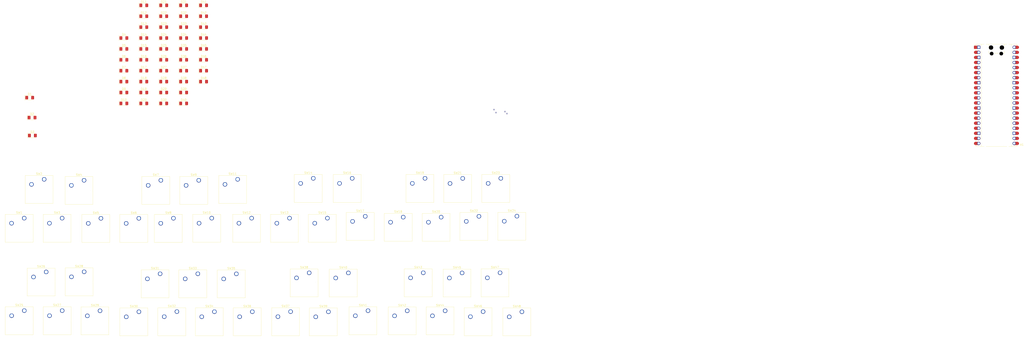
<source format=kicad_pcb>
(kicad_pcb (version 20241229) (generator "pcbnew") (generator_version "9.0")
  (layers (0 "F.Cu" signal) (2 "B.Cu" signal) (13 "F.Paste" user) (15 "B.Paste" user) (5 "F.SilkS" user "F.Silkscreen") (7 "B.SilkS" user "B.Silkscreen") (1 "F.Mask" user) (3 "B.Mask" user) (25 "Edge.Cuts" user))
  (net 0 "")
  (net 1 "Net-(A1-GND-Pad13)")
  (net 4 "/COL1")
  (net 6 "/COL8")
  (net 10 "/ROW1")
  (net 24 "Net-(D1-A)")
  (net 25 "Net-(D2-A)")
  (net 26 "Net-(D3-A)")
  (net 27 "Net-(D4-A)")
  (net 28 "Net-(D5-A)")
  (net 29 "Net-(D6-A)")
  (net 30 "Net-(D7-A)")
  (net 31 "Net-(D8-A)")
  (net 32 "Net-(D9-A)")
  (net 33 "Net-(D10-A)")
  (net 34 "Net-(D11-A)")
  (net 35 "Net-(D12-A)")
  (net 36 "Net-(D13-A)")
  (net 37 "Net-(D14-A)")
  (net 38 "Net-(D15-A)")
  (net 39 "Net-(D16-A)")
  (net 40 "Net-(D17-A)")
  (net 41 "Net-(D18-A)")
  (net 42 "Net-(D19-A)")
  (net 43 "Net-(D20-A)")
  (net 44 "Net-(D21-A)")
  (net 45 "Net-(D22-A)")
  (net 46 "Net-(D23-A)")
  (net 47 "Net-(D24-A)")
  (net 48 "Net-(D25-A)")
  (net 49 "Net-(D26-A)")
  (net 50 "Net-(D27-A)")
  (net 51 "Net-(D28-A)")
  (net 52 "Net-(D29-A)")
  (net 53 "Net-(D30-A)")
  (net 54 "Net-(D31-A)")
  (net 55 "Net-(D32-A)")
  (net 56 "Net-(D33-A)")
  (net 57 "Net-(D34-A)")
  (net 58 "Net-(D35-A)")
  (net 59 "Net-(D36-A)")
  (net 60 "Net-(D37-A)")
  (net 61 "Net-(D38-A)")
  (net 62 "Net-(D39-A)")
  (net 63 "Net-(D40-A)")
  (net 64 "Net-(D41-A)")
  (net 65 "Net-(D42-A)")
  (net 66 "Net-(D43-A)")
  (net 67 "Net-(D44-A)")
  (net 68 "Net-(D45-A)")
  (net 69 "Net-(D46-A)")
  (net 70 "Net-(D47-A)")
  (net 71 "Net-(D48-A)")
  (footprint "Button_Switch_Keyboard:SW_Cherry_MX_1.00u_PCB" (layer "F.Cu") (at 113.04 112.92)
    (property "Reference" "SW33" (at -2.54 -2.794 0) (layer "F.SilkS"))
    (property "Value" "SW_Push")
    (pad "" np_thru_hole circle (at -7.62 5.08) (size 1.7 1.7) (drill 1.7) (layers "*.Cu" "*.Mask"))
    (pad "" np_thru_hole circle (at -2.54 5.08) (size 4 4) (drill 4) (layers "*.Cu" "*.Mask"))
    (pad "" np_thru_hole circle (at 2.54 5.08) (size 1.7 1.7) (drill 1.7) (layers "*.Cu" "*.Mask"))
    (pad "1" thru_hole circle (at 0 0) (size 2.2 2.2) (drill 1.5) (layers "*.Cu" "*.Mask") (net 28 "Net-(D5-A)"))
    (pad "2" thru_hole circle (at -6.35 2.54) (size 2.2 2.2) (drill 1.5) (layers "*.Cu" "*.Mask") (net 4 "/COL1"))
  )
  (footprint "Diode_SMD:D_1206_3216Metric_Pad1.42x1.75mm_HandSolder" (layer "F.Cu") (at 75.950303 16.439596)
    (property "Reference" "D8" (at 0 -1.83 0) (layer "F.SilkS"))
    (property "Value" "D")
    (pad "1" smd roundrect (at -1.4875 0) (size 1.425 1.75) (layers "F.Cu" "F.Mask" "F.Paste") (roundrect_rratio 0.175439) (net 4 "/COL1"))
    (pad "2" smd roundrect (at 1.4875 0) (size 1.425 1.75) (layers "F.Cu" "F.Mask" "F.Paste") (roundrect_rratio 0.175439) (net 31 "Net-(D8-A)"))
  )
  (footprint "Diode_SMD:D_1206_3216Metric_Pad1.42x1.75mm_HandSolder" (layer "F.Cu") (at 105.92 21.909394)
    (property "Reference" "D39" (at 0 -1.83 0) (layer "F.SilkS"))
    (property "Value" "D")
    (pad "1" smd roundrect (at -1.4875 0) (size 1.425 1.75) (layers "F.Cu" "F.Mask" "F.Paste") (roundrect_rratio 0.175439) (net 4 "/COL1"))
    (pad "2" smd roundrect (at 1.4875 0) (size 1.425 1.75) (layers "F.Cu" "F.Mask" "F.Paste") (roundrect_rratio 0.175439) (net 62 "Net-(D39-A)"))
  )
  (footprint "Module:RaspberryPi_Pico_Common_Unspecified" (layer "F.Cu") (at 513.39 23.35)
    (property "Reference" "A1" (at 11.7475 24.765 0) (layer "F.SilkS") (effects (justify left)))
    (property "Value" "RaspberryPi_Pico")
    (pad "" np_thru_hole circle (at -2.725 -24) (size 2.2 2.2) (drill 2.2) (layers "*.Mask"))
    (pad "" np_thru_hole circle (at -2.425 -20.97) (size 1.85 1.85) (drill 1.85) (layers "*.Mask"))
    (pad "" np_thru_hole circle (at 2.425 -20.97) (size 1.85 1.85) (drill 1.85) (layers "*.Mask"))
    (pad "" np_thru_hole circle (at 2.725 -24) (size 2.2 2.2) (drill 2.2) (layers "*.Mask"))
    (pad "1" smd custom (at -9.69 -24.13) (size 1.6 0.8) (layers "F.Cu" "F.Mask") (net 10 "/ROW1") (options (clearance outline) (anchor rect)) (primitives (gr_circle (center 0.8 0) (end 1.6 0) (width 0) (fill yes)) (gr_poly (pts (xy -1.6 -0.6) (xy -1.6 0.6) (xy -1.4 0.8) (xy 0.8 0.8) (xy 0.8 -0.8) (xy -1.4 -0.8)) (width 0) (fill yes)) (gr_circle (center -1.4 -0.6) (end -1.2 -0.6) (width 0) (fill yes)) (gr_circle (center -1.4 0.6) (end -1.2 0.6) (width 0) (fill yes))))
    (pad "1" thru_hole roundrect (at -8.89 -24.13) (size 1.6 1.6) (drill 1) (layers "*.Cu" "*.Mask") (roundrect_rratio 0.125) (net 10 "/ROW1"))
    (pad "2" smd roundrect (at -9.69 -21.59) (size 3.2 1.6) (layers "F.Cu" "F.Mask") (roundrect_rratio 0.5) (net 4 "/COL1"))
    (pad "2" thru_hole circle (at -8.89 -21.59) (size 1.6 1.6) (drill 1) (layers "*.Cu" "*.Mask") (net 4 "/COL1"))
    (pad "3" smd custom (at -9.69 -19.05) (size 1.6 0.8) (layers "F.Cu" "F.Mask") (net 1 "Net-(A1-GND-Pad13)") (options (clearance outline) (anchor rect)) (primitives (gr_circle (center -0.8 0) (end 0 0) (width 0) (fill yes)) (gr_poly (pts (xy 1.6 -0.6) (xy 1.6 0.6) (xy 1.4 0.8) (xy -0.8 0.8) (xy -0.8 -0.8) (xy 1.4 -0.8)) (width 0) (fill yes)) (gr_circle (center 1.4 -0.6) (end 1.6 -0.6) (width 0) (fill yes)) (gr_circle (center 1.4 0.6) (end 1.6 0.6) (width 0) (fill yes))))
    (pad "3" thru_hole custom (at -8.89 -19.05) (size 1.6 1.6) (drill 1) (layers "*.Cu" "*.Mask") (net 1 "Net-(A1-GND-Pad13)") (options (clearance outline) (anchor circle)) (primitives (gr_poly (pts (xy 0.8 0.6) (xy 0.8 -0.6) (xy 0.6 -0.8) (xy 0 -0.8) (xy 0 0.8) (xy 0.6 0.8)) (width 0) (fill yes)) (gr_circle (center 0.6 0.6) (end 0.8 0.6) (width 0) (fill yes)) (gr_circle (center 0.6 -0.6) (end 0.8 -0.6) (width 0) (fill yes))))
    (pad "4" smd roundrect (at -9.69 -16.51) (size 3.2 1.6) (layers "F.Cu" "F.Mask") (roundrect_rratio 0.5) (net 4 "/COL1"))
    (pad "4" thru_hole circle (at -8.89 -16.51) (size 1.6 1.6) (drill 1) (layers "*.Cu" "*.Mask") (net 4 "/COL1"))
    (pad "5" smd roundrect (at -9.69 -13.97) (size 3.2 1.6) (layers "F.Cu" "F.Mask") (roundrect_rratio 0.5) (net 4 "/COL1"))
    (pad "5" thru_hole circle (at -8.89 -13.97) (size 1.6 1.6) (drill 1) (layers "*.Cu" "*.Mask") (net 4 "/COL1"))
    (pad "6" smd roundrect (at -9.69 -11.43) (size 3.2 1.6) (layers "F.Cu" "F.Mask") (roundrect_rratio 0.5) (net 4 "/COL1"))
    (pad "6" thru_hole circle (at -8.89 -11.43) (size 1.6 1.6) (drill 1) (layers "*.Cu" "*.Mask") (net 4 "/COL1"))
    (pad "7" smd roundrect (at -9.69 -8.89) (size 3.2 1.6) (layers "F.Cu" "F.Mask") (roundrect_rratio 0.5) (net 4 "/COL1"))
    (pad "7" thru_hole circle (at -8.89 -8.89) (size 1.6 1.6) (drill 1) (layers "*.Cu" "*.Mask") (net 4 "/COL1"))
    (pad "8" smd custom (at -9.69 -6.35) (size 1.6 0.8) (layers "F.Cu" "F.Mask") (net 1 "Net-(A1-GND-Pad13)") (options (clearance outline) (anchor rect)) (primitives (gr_circle (center -0.8 0) (end 0 0) (width 0) (fill yes)) (gr_poly (pts (xy 1.6 -0.6) (xy 1.6 0.6) (xy 1.4 0.8) (xy -0.8 0.8) (xy -0.8 -0.8) (xy 1.4 -0.8)) (width 0) (fill yes)) (gr_circle (center 1.4 -0.6) (end 1.6 -0.6) (width 0) (fill yes)) (gr_circle (center 1.4 0.6) (end 1.6 0.6) (width 0) (fill yes))))
    (pad "8" thru_hole custom (at -8.89 -6.35) (size 1.6 1.6) (drill 1) (layers "*.Cu" "*.Mask") (net 1 "Net-(A1-GND-Pad13)") (options (clearance outline) (anchor circle)) (primitives (gr_poly (pts (xy 0.8 0.6) (xy 0.8 -0.6) (xy 0.6 -0.8) (xy 0 -0.8) (xy 0 0.8) (xy 0.6 0.8)) (width 0) (fill yes)) (gr_circle (center 0.6 0.6) (end 0.8 0.6) (width 0) (fill yes)) (gr_circle (center 0.6 -0.6) (end 0.8 -0.6) (width 0) (fill yes))))
    (pad "9" smd roundrect (at -9.69 -3.81) (size 3.2 1.6) (layers "F.Cu" "F.Mask") (roundrect_rratio 0.5) (net 4 "/COL1"))
    (pad "9" thru_hole circle (at -8.89 -3.81) (size 1.6 1.6) (drill 1) (layers "*.Cu" "*.Mask") (net 4 "/COL1"))
    (pad "10" smd roundrect (at -9.69 -1.27) (size 3.2 1.6) (layers "F.Cu" "F.Mask") (roundrect_rratio 0.5) (net 4 "/COL1"))
    (pad "10" thru_hole circle (at -8.89 -1.27) (size 1.6 1.6) (drill 1) (layers "*.Cu" "*.Mask") (net 4 "/COL1"))
    (pad "11" smd roundrect (at -9.69 1.27) (size 3.2 1.6) (layers "F.Cu" "F.Mask") (roundrect_rratio 0.5) (net 4 "/COL1"))
    (pad "11" thru_hole circle (at -8.89 1.27) (size 1.6 1.6) (drill 1) (layers "*.Cu" "*.Mask") (net 4 "/COL1"))
    (pad "12" smd roundrect (at -9.69 3.81) (size 3.2 1.6) (layers "F.Cu" "F.Mask") (roundrect_rratio 0.5) (net 4 "/COL1"))
    (pad "12" thru_hole circle (at -8.89 3.81) (size 1.6 1.6) (drill 1) (layers "*.Cu" "*.Mask") (net 4 "/COL1"))
    (pad "13" smd custom (at -9.69 6.35) (size 1.6 0.8) (layers "F.Cu" "F.Mask") (net 1 "Net-(A1-GND-Pad13)") (options (clearance outline) (anchor rect)) (primitives (gr_circle (center -0.8 0) (end 0 0) (width 0) (fill yes)) (gr_poly (pts (xy 1.6 -0.6) (xy 1.6 0.6) (xy 1.4 0.8) (xy -0.8 0.8) (xy -0.8 -0.8) (xy 1.4 -0.8)) (width 0) (fill yes)) (gr_circle (center 1.4 -0.6) (end 1.6 -0.6) (width 0) (fill yes)) (gr_circle (center 1.4 0.6) (end 1.6 0.6) (width 0) (fill yes))))
    (pad "13" thru_hole custom (at -8.89 6.35) (size 1.6 1.6) (drill 1) (layers "*.Cu" "*.Mask") (net 1 "Net-(A1-GND-Pad13)") (options (clearance outline) (anchor circle)) (primitives (gr_poly (pts (xy 0.8 0.6) (xy 0.8 -0.6) (xy 0.6 -0.8) (xy 0 -0.8) (xy 0 0.8) (xy 0.6 0.8)) (width 0) (fill yes)) (gr_circle (center 0.6 0.6) (end 0.8 0.6) (width 0) (fill yes)) (gr_circle (center 0.6 -0.6) (end 0.8 -0.6) (width 0) (fill yes))))
    (pad "14" smd roundrect (at -9.69 8.89) (size 3.2 1.6) (layers "F.Cu" "F.Mask") (roundrect_rratio 0.5) (net 4 "/COL1"))
    (pad "14" thru_hole circle (at -8.89 8.89) (size 1.6 1.6) (drill 1) (layers "*.Cu" "*.Mask") (net 4 "/COL1"))
    (pad "15" smd roundrect (at -9.69 11.43) (size 3.2 1.6) (layers "F.Cu" "F.Mask") (roundrect_rratio 0.5) (net 4 "/COL1"))
    (pad "15" thru_hole circle (at -8.89 11.43) (size 1.6 1.6) (drill 1) (layers "*.Cu" "*.Mask") (net 4 "/COL1"))
    (pad "16" smd roundrect (at -9.69 13.97) (size 3.2 1.6) (layers "F.Cu" "F.Mask") (roundrect_rratio 0.5) (net 4 "/COL1"))
    (pad "16" thru_hole circle (at -8.89 13.97) (size 1.6 1.6) (drill 1) (layers "*.Cu" "*.Mask") (net 4 "/COL1"))
    (pad "17" smd roundrect (at -9.69 16.51) (size 3.2 1.6) (layers "F.Cu" "F.Mask") (roundrect_rratio 0.5) (net 6 "/COL8"))
    (pad "17" thru_hole circle (at -8.89 16.51) (size 1.6 1.6) (drill 1) (layers "*.Cu" "*.Mask") (net 6 "/COL8"))
    (pad "18" smd custom (at -9.69 19.05) (size 1.6 0.8) (layers "F.Cu" "F.Mask") (net 1 "Net-(A1-GND-Pad13)") (options (clearance outline) (anchor rect)) (primitives (gr_circle (center -0.8 0) (end 0 0) (width 0) (fill yes)) (gr_poly (pts (xy 1.6 -0.6) (xy 1.6 0.6) (xy 1.4 0.8) (xy -0.8 0.8) (xy -0.8 -0.8) (xy 1.4 -0.8)) (width 0) (fill yes)) (gr_circle (center 1.4 -0.6) (end 1.6 -0.6) (width 0) (fill yes)) (gr_circle (center 1.4 0.6) (end 1.6 0.6) (width 0) (fill yes))))
    (pad "18" thru_hole custom (at -8.89 19.05) (size 1.6 1.6) (drill 1) (layers "*.Cu" "*.Mask") (net 1 "Net-(A1-GND-Pad13)") (options (clearance outline) (anchor circle)) (primitives (gr_poly (pts (xy 0.8 0.6) (xy 0.8 -0.6) (xy 0.6 -0.8) (xy 0 -0.8) (xy 0 0.8) (xy 0.6 0.8)) (width 0) (fill yes)) (gr_circle (center 0.6 0.6) (end 0.8 0.6) (width 0) (fill yes)) (gr_circle (center 0.6 -0.6) (end 0.8 -0.6) (width 0) (fill yes))))
    (pad "19" smd roundrect (at -9.69 21.59) (size 3.2 1.6) (layers "F.Cu" "F.Mask") (roundrect_rratio 0.5))
    (pad "19" thru_hole circle (at -8.89 21.59) (size 1.6 1.6) (drill 1) (layers "*.Cu" "*.Mask"))
    (pad "20" smd roundrect (at -9.69 24.13) (size 3.2 1.6) (layers "F.Cu" "F.Mask") (roundrect_rratio 0.5))
    (pad "20" thru_hole circle (at -8.89 24.13) (size 1.6 1.6) (drill 1) (layers "*.Cu" "*.Mask"))
    (pad "21" thru_hole circle (at 8.89 24.13) (size 1.6 1.6) (drill 1) (layers "*.Cu" "*.Mask"))
    (pad "21" smd roundrect (at 9.69 24.13) (size 3.2 1.6) (layers "F.Cu" "F.Mask") (roundrect_rratio 0.5))
    (pad "22" thru_hole circle (at 8.89 21.59) (size 1.6 1.6) (drill 1) (layers "*.Cu" "*.Mask"))
    (pad "22" smd roundrect (at 9.69 21.59) (size 3.2 1.6) (layers "F.Cu" "F.Mask") (roundrect_rratio 0.5))
    (pad "23" thru_hole custom (at 8.89 19.05) (size 1.6 1.6) (drill 1) (layers "*.Cu" "*.Mask") (net 1 "Net-(A1-GND-Pad13)") (options (clearance outline) (anchor circle)) (primitives (gr_poly (pts (xy -0.8 0.6) (xy -0.8 -0.6) (xy -0.6 -0.8) (xy 0 -0.8) (xy 0 0.8) (xy -0.6 0.8)) (width 0) (fill yes)) (gr_circle (center -0.6 0.6) (end -0.4 0.6) (width 0) (fill yes)) (gr_circle (center -0.6 -0.6) (end -0.4 -0.6) (width 0) (fill yes))))
    (pad "23" smd custom (at 9.69 19.05) (size 1.6 0.8) (layers "F.Cu" "F.Mask") (net 1 "Net-(A1-GND-Pad13)") (options (clearance outline) (anchor rect)) (primitives (gr_circle (center 0.8 0) (end 1.6 0) (width 0) (fill yes)) (gr_poly (pts (xy -1.6 -0.6) (xy -1.6 0.6) (xy -1.4 0.8) (xy 0.8 0.8) (xy 0.8 -0.8) (xy -1.4 -0.8)) (width 0) (fill yes)) (gr_circle (center -1.4 -0.6) (end -1.2 -0.6) (width 0) (fill yes)) (gr_circle (center -1.4 0.6) (end -1.2 0.6) (width 0) (fill yes))))
    (pad "24" thru_hole circle (at 8.89 16.51) (size 1.6 1.6) (drill 1) (layers "*.Cu" "*.Mask"))
    (pad "24" smd roundrect (at 9.69 16.51) (size 3.2 1.6) (layers "F.Cu" "F.Mask") (roundrect_rratio 0.5))
    (pad "25" thru_hole circle (at 8.89 13.97) (size 1.6 1.6) (drill 1) (layers "*.Cu" "*.Mask"))
    (pad "25" smd roundrect (at 9.69 13.97) (size 3.2 1.6) (layers "F.Cu" "F.Mask") (roundrect_rratio 0.5))
    (pad "26" thru_hole circle (at 8.89 11.43) (size 1.6 1.6) (drill 1) (layers "*.Cu" "*.Mask"))
    (pad "26" smd roundrect (at 9.69 11.43) (size 3.2 1.6) (layers "F.Cu" "F.Mask") (roundrect_rratio 0.5))
    (pad "27" thru_hole circle (at 8.89 8.89) (size 1.6 1.6) (drill 1) (layers "*.Cu" "*.Mask"))
    (pad "27" smd roundrect (at 9.69 8.89) (size 3.2 1.6) (layers "F.Cu" "F.Mask") (roundrect_rratio 0.5))
    (pad "28" thru_hole custom (at 8.89 6.35) (size 1.6 1.6) (drill 1) (layers "*.Cu" "*.Mask") (net 1 "Net-(A1-GND-Pad13)") (options (clearance outline) (anchor circle)) (primitives (gr_poly (pts (xy -0.8 0.6) (xy -0.8 -0.6) (xy -0.6 -0.8) (xy 0 -0.8) (xy 0 0.8) (xy -0.6 0.8)) (width 0) (fill yes)) (gr_circle (center -0.6 0.6) (end -0.4 0.6) (width 0) (fill yes)) (gr_circle (center -0.6 -0.6) (end -0.4 -0.6) (width 0) (fill yes))))
    (pad "28" smd custom (at 9.69 6.35) (size 1.6 0.8) (layers "F.Cu" "F.Mask") (net 1 "Net-(A1-GND-Pad13)") (options (clearance outline) (anchor rect)) (primitives (gr_circle (center 0.8 0) (end 1.6 0) (width 0) (fill yes)) (gr_poly (pts (xy -1.6 -0.6) (xy -1.6 0.6) (xy -1.4 0.8) (xy 0.8 0.8) (xy 0.8 -0.8) (xy -1.4 -0.8)) (width 0) (fill yes)) (gr_circle (center -1.4 -0.6) (end -1.2 -0.6) (width 0) (fill yes)) (gr_circle (center -1.4 0.6) (end -1.2 0.6) (width 0) (fill yes))))
    (pad "29" thru_hole circle (at 8.89 3.81) (size 1.6 1.6) (drill 1) (layers "*.Cu" "*.Mask"))
    (pad "29" smd roundrect (at 9.69 3.81) (size 3.2 1.6) (layers "F.Cu" "F.Mask") (roundrect_rratio 0.5))
    (pad "30" thru_hole circle (at 8.89 1.27) (size 1.6 1.6) (drill 1) (layers "*.Cu" "*.Mask"))
    (pad "30" smd roundrect (at 9.69 1.27) (size 3.2 1.6) (layers "F.Cu" "F.Mask") (roundrect_rratio 0.5))
    (pad "31" thru_hole circle (at 8.89 -1.27) (size 1.6 1.6) (drill 1) (layers "*.Cu" "*.Mask"))
    (pad "31" smd roundrect (at 9.69 -1.27) (size 3.2 1.6) (layers "F.Cu" "F.Mask") (roundrect_rratio 0.5))
    (pad "32" thru_hole circle (at 8.89 -3.81) (size 1.6 1.6) (drill 1) (layers "*.Cu" "*.Mask"))
    (pad "32" smd roundrect (at 9.69 -3.81) (size 3.2 1.6) (layers "F.Cu" "F.Mask") (roundrect_rratio 0.5))
    (pad "33" thru_hole custom (at 8.89 -6.35) (size 1.6 1.6) (drill 1) (layers "*.Cu" "*.Mask") (options (clearance outline) (anchor circle)) (primitives (gr_poly (pts (xy -0.8 0.6) (xy -0.8 -0.6) (xy -0.6 -0.8) (xy 0 -0.8) (xy 0 0.8) (xy -0.6 0.8)) (width 0) (fill yes)) (gr_circle (center -0.6 0.6) (end -0.4 0.6) (width 0) (fill yes)) (gr_circle (center -0.6 -0.6) (end -0.4 -0.6) (width 0) (fill yes))))
    (pad "33" smd custom (at 9.69 -6.35) (size 1.6 0.8) (layers "F.Cu" "F.Mask") (options (clearance outline) (anchor rect)) (primitives (gr_circle (center 0.8 0) (end 1.6 0) (width 0) (fill yes)) (gr_poly (pts (xy -1.6 -0.6) (xy -1.6 0.6) (xy -1.4 0.8) (xy 0.8 0.8) (xy 0.8 -0.8) (xy -1.4 -0.8)) (width 0) (fill yes)) (gr_circle (center -1.4 -0.6) (end -1.2 -0.6) (width 0) (fill yes)) (gr_circle (center -1.4 0.6) (end -1.2 0.6) (width 0) (fill yes))))
    (pad "34" thru_hole circle (at 8.89 -8.89) (size 1.6 1.6) (drill 1) (layers "*.Cu" "*.Mask"))
    (pad "34" smd roundrect (at 9.69 -8.89) (size 3.2 1.6) (layers "F.Cu" "F.Mask") (roundrect_rratio 0.5))
    (pad "35" thru_hole circle (at 8.89 -11.43) (size 1.6 1.6) (drill 1) (layers "*.Cu" "*.Mask"))
    (pad "35" smd roundrect (at 9.69 -11.43) (size 3.2 1.6) (layers "F.Cu" "F.Mask") (roundrect_rratio 0.5))
    (pad "36" thru_hole circle (at 8.89 -13.97) (size 1.6 1.6) (drill 1) (layers "*.Cu" "*.Mask"))
    (pad "36" smd roundrect (at 9.69 -13.97) (size 3.2 1.6) (layers "F.Cu" "F.Mask") (roundrect_rratio 0.5))
    (pad "37" thru_hole circle (at 8.89 -16.51) (size 1.6 1.6) (drill 1) (layers "*.Cu" "*.Mask"))
    (pad "37" smd roundrect (at 9.69 -16.51) (size 3.2 1.6) (layers "F.Cu" "F.Mask") (roundrect_rratio 0.5))
    (pad "38" thru_hole custom (at 8.89 -19.05) (size 1.6 1.6) (drill 1) (layers "*.Cu" "*.Mask") (net 1 "Net-(A1-GND-Pad13)") (options (clearance outline) (anchor circle)) (primitives (gr_poly (pts (xy -0.8 0.6) (xy -0.8 -0.6) (xy -0.6 -0.8) (xy 0 -0.8) (xy 0 0.8) (xy -0.6 0.8)) (width 0) (fill yes)) (gr_circle (center -0.6 0.6) (end -0.4 0.6) (width 0) (fill yes)) (gr_circle (center -0.6 -0.6) (end -0.4 -0.6) (width 0) (fill yes))))
    (pad "38" smd custom (at 9.69 -19.05) (size 1.6 0.8) (layers "F.Cu" "F.Mask") (net 1 "Net-(A1-GND-Pad13)") (options (clearance outline) (anchor rect)) (primitives (gr_circle (center 0.8 0) (end 1.6 0) (width 0) (fill yes)) (gr_poly (pts (xy -1.6 -0.6) (xy -1.6 0.6) (xy -1.4 0.8) (xy 0.8 0.8) (xy 0.8 -0.8) (xy -1.4 -0.8)) (width 0) (fill yes)) (gr_circle (center -1.4 -0.6) (end -1.2 -0.6) (width 0) (fill yes)) (gr_circle (center -1.4 0.6) (end -1.2 0.6) (width 0) (fill yes))))
    (pad "39" thru_hole circle (at 8.89 -21.59) (size 1.6 1.6) (drill 1) (layers "*.Cu" "*.Mask"))
    (pad "39" smd roundrect (at 9.69 -21.59) (size 3.2 1.6) (layers "F.Cu" "F.Mask") (roundrect_rratio 0.5))
    (pad "40" thru_hole circle (at 8.89 -24.13) (size 1.6 1.6) (drill 1) (layers "*.Cu" "*.Mask"))
    (pad "40" smd roundrect (at 9.69 -24.13) (size 3.2 1.6) (layers "F.Cu" "F.Mask") (roundrect_rratio 0.5))
  )
  (footprint "Button_Switch_Keyboard:SW_Cherry_MX_1.00u_PCB" (layer "F.Cu") (at 140 85)
    (property "Reference" "SW12" (at -2.54 -2.794 0) (layer "F.SilkS"))
    (property "Value" "SW_Push")
    (pad "" np_thru_hole circle (at -7.62 5.08) (size 1.7 1.7) (drill 1.7) (layers "*.Cu" "*.Mask"))
    (pad "" np_thru_hole circle (at -2.54 5.08) (size 4 4) (drill 4) (layers "*.Cu" "*.Mask"))
    (pad "" np_thru_hole circle (at 2.54 5.08) (size 1.7 1.7) (drill 1.7) (layers "*.Cu" "*.Mask"))
    (pad "1" thru_hole circle (at 0 0) (size 2.2 2.2) (drill 1.5) (layers "*.Cu" "*.Mask") (net 43 "Net-(D20-A)"))
    (pad "2" thru_hole circle (at -6.35 2.54) (size 2.2 2.2) (drill 1.5) (layers "*.Cu" "*.Mask") (net 4 "/COL1"))
  )
  (footprint "Button_Switch_Keyboard:SW_Cherry_MX_1.00u_PCB" (layer "F.Cu") (at 190.42 65)
    (property "Reference" "SW16" (at -2.54 -2.794 0) (layer "F.SilkS"))
    (property "Value" "SW_Push")
    (pad "" np_thru_hole circle (at -7.62 5.08) (size 1.7 1.7) (drill 1.7) (layers "*.Cu" "*.Mask"))
    (pad "" np_thru_hole circle (at -2.54 5.08) (size 4 4) (drill 4) (layers "*.Cu" "*.Mask"))
    (pad "" np_thru_hole circle (at 2.54 5.08) (size 1.7 1.7) (drill 1.7) (layers "*.Cu" "*.Mask"))
    (pad "1" thru_hole circle (at 0 0) (size 2.2 2.2) (drill 1.5) (layers "*.Cu" "*.Mask") (net 67 "Net-(D44-A)"))
    (pad "2" thru_hole circle (at -6.35 2.54) (size 2.2 2.2) (drill 1.5) (layers "*.Cu" "*.Mask") (net 6 "/COL8"))
  )
  (footprint "Diode_SMD:D_1206_3216Metric_Pad1.42x1.75mm_HandSolder" (layer "F.Cu") (at 85.940202 16.439596)
    (property "Reference" "D18" (at 0 -1.83 0) (layer "F.SilkS"))
    (property "Value" "D")
    (pad "1" smd roundrect (at -1.4875 0) (size 1.425 1.75) (layers "F.Cu" "F.Mask" "F.Paste") (roundrect_rratio 0.175439) (net 4 "/COL1"))
    (pad "2" smd roundrect (at 1.4875 0) (size 1.425 1.75) (layers "F.Cu" "F.Mask" "F.Paste") (roundrect_rratio 0.175439) (net 41 "Net-(D18-A)"))
  )
  (footprint "Button_Switch_Keyboard:SW_Cherry_MX_1.00u_PCB" (layer "F.Cu") (at 56 66)
    (property "Reference" "SW4" (at -2.54 -2.794 0) (layer "F.SilkS"))
    (property "Value" "SW_Push")
    (pad "" np_thru_hole circle (at -7.62 5.08) (size 1.7 1.7) (drill 1.7) (layers "*.Cu" "*.Mask"))
    (pad "" np_thru_hole circle (at -2.54 5.08) (size 4 4) (drill 4) (layers "*.Cu" "*.Mask"))
    (pad "" np_thru_hole circle (at 2.54 5.08) (size 1.7 1.7) (drill 1.7) (layers "*.Cu" "*.Mask"))
    (pad "1" thru_hole circle (at 0 0) (size 2.2 2.2) (drill 1.5) (layers "*.Cu" "*.Mask") (net 42 "Net-(D19-A)"))
    (pad "2" thru_hole circle (at -6.35 2.54) (size 2.2 2.2) (drill 1.5) (layers "*.Cu" "*.Mask") (net 4 "/COL1"))
  )
  (footprint "Diode_SMD:D_1206_3216Metric_Pad1.42x1.75mm_HandSolder" (layer "F.Cu") (at 85.940202 -16.379192)
    (property "Reference" "D12" (at 0 -1.83 0) (layer "F.SilkS"))
    (property "Value" "D")
    (pad "1" smd roundrect (at -1.4875 0) (size 1.425 1.75) (layers "F.Cu" "F.Mask" "F.Paste") (roundrect_rratio 0.175439) (net 4 "/COL1"))
    (pad "2" smd roundrect (at 1.4875 0) (size 1.425 1.75) (layers "F.Cu" "F.Mask" "F.Paste") (roundrect_rratio 0.175439) (net 35 "Net-(D12-A)"))
  )
  (footprint "Diode_SMD:D_1206_3216Metric_Pad1.42x1.75mm_HandSolder" (layer "F.Cu") (at 95.930101 0.030202)
    (property "Reference" "D25" (at 0 -1.83 0) (layer "F.SilkS"))
    (property "Value" "D")
    (pad "1" smd roundrect (at -1.4875 0) (size 1.425 1.75) (layers "F.Cu" "F.Mask" "F.Paste") (roundrect_rratio 0.175439) (net 10 "/ROW1"))
    (pad "2" smd roundrect (at 1.4875 0) (size 1.425 1.75) (layers "F.Cu" "F.Mask" "F.Paste") (roundrect_rratio 0.175439) (net 48 "Net-(D25-A)"))
  )
  (footprint "Diode_SMD:D_1206_3216Metric_Pad1.42x1.75mm_HandSolder" (layer "F.Cu") (at 105.92 -16.379192)
    (property "Reference" "D32" (at 0 -1.83 0) (layer "F.SilkS"))
    (property "Value" "D")
    (pad "1" smd roundrect (at -1.4875 0) (size 1.425 1.75) (layers "F.Cu" "F.Mask" "F.Paste") (roundrect_rratio 0.175439) (net 4 "/COL1"))
    (pad "2" smd roundrect (at 1.4875 0) (size 1.425 1.75) (layers "F.Cu" "F.Mask" "F.Paste") (roundrect_rratio 0.175439) (net 55 "Net-(D32-A)"))
  )
  (footprint "Diode_SMD:D_1206_3216Metric_Pad1.42x1.75mm_HandSolder" (layer "F.Cu") (at 75.950303 0.030202)
    (property "Reference" "D5" (at 0 -1.83 0) (layer "F.SilkS"))
    (property "Value" "D")
    (pad "1" smd roundrect (at -1.4875 0) (size 1.425 1.75) (layers "F.Cu" "F.Mask" "F.Paste") (roundrect_rratio 0.175439) (net 4 "/COL1"))
    (pad "2" smd roundrect (at 1.4875 0) (size 1.425 1.75) (layers "F.Cu" "F.Mask" "F.Paste") (roundrect_rratio 0.175439) (net 28 "Net-(D5-A)"))
  )
  (footprint "Diode_SMD:D_1206_3216Metric_Pad1.42x1.75mm_HandSolder" (layer "F.Cu") (at 105.92 16.439596)
    (property "Reference" "D38" (at 0 -1.83 0) (layer "F.SilkS"))
    (property "Value" "D")
    (pad "1" smd roundrect (at -1.4875 0) (size 1.425 1.75) (layers "F.Cu" "F.Mask" "F.Paste") (roundrect_rratio 0.175439) (net 4 "/COL1"))
    (pad "2" smd roundrect (at 1.4875 0) (size 1.425 1.75) (layers "F.Cu" "F.Mask" "F.Paste") (roundrect_rratio 0.175439) (net 61 "Net-(D38-A)"))
  )
  (footprint "Button_Switch_Keyboard:SW_Cherry_MX_1.00u_PCB" (layer "F.Cu") (at 140.35 131.96)
    (property "Reference" "SW36" (at -2.54 -2.794 0) (layer "F.SilkS"))
    (property "Value" "SW_Push")
    (pad "" np_thru_hole circle (at -7.62 5.08) (size 1.7 1.7) (drill 1.7) (layers "*.Cu" "*.Mask"))
    (pad "" np_thru_hole circle (at -2.54 5.08) (size 4 4) (drill 4) (layers "*.Cu" "*.Mask"))
    (pad "" np_thru_hole circle (at 2.54 5.08) (size 1.7 1.7) (drill 1.7) (layers "*.Cu" "*.Mask"))
    (pad "1" thru_hole circle (at 0 0) (size 2.2 2.2) (drill 1.5) (layers "*.Cu" "*.Mask") (net 46 "Net-(D23-A)"))
    (pad "2" thru_hole circle (at -6.35 2.54) (size 2.2 2.2) (drill 1.5) (layers "*.Cu" "*.Mask") (net 4 "/COL1"))
  )
  (footprint "Diode_SMD:D_1206_3216Metric_Pad1.42x1.75mm_HandSolder" (layer "F.Cu") (at 30.10005 43.5)
    (property "Reference" "D3" (at 0 -1.83 0) (layer "F.SilkS"))
    (property "Value" "D")
    (pad "1" smd roundrect (at -1.4875 0) (size 1.425 1.75) (layers "F.Cu" "F.Mask" "F.Paste") (roundrect_rratio 0.175439) (net 4 "/COL1"))
    (pad "2" smd roundrect (at 1.4875 0) (size 1.425 1.75) (layers "F.Cu" "F.Mask" "F.Paste") (roundrect_rratio 0.175439) (net 26 "Net-(D3-A)"))
  )
  (footprint "Diode_SMD:D_1206_3216Metric_Pad1.42x1.75mm_HandSolder" (layer "F.Cu") (at 85.940202 10.969798)
    (property "Reference" "D17" (at 0 -1.83 0) (layer "F.SilkS"))
    (property "Value" "D")
    (pad "1" smd roundrect (at -1.4875 0) (size 1.425 1.75) (layers "F.Cu" "F.Mask" "F.Paste") (roundrect_rratio 0.175439) (net 4 "/COL1"))
    (pad "2" smd roundrect (at 1.4875 0) (size 1.425 1.75) (layers "F.Cu" "F.Mask" "F.Paste") (roundrect_rratio 0.175439) (net 40 "Net-(D17-A)"))
  )
  (footprint "Diode_SMD:D_1206_3216Metric_Pad1.42x1.75mm_HandSolder" (layer "F.Cu") (at 95.930101 21.909394)
    (property "Reference" "D29" (at 0 -1.83 0) (layer "F.SilkS"))
    (property "Value" "D")
    (pad "1" smd roundrect (at -1.4875 0) (size 1.425 1.75) (layers "F.Cu" "F.Mask" "F.Paste") (roundrect_rratio 0.175439) (net 4 "/COL1"))
    (pad "2" smd roundrect (at 1.4875 0) (size 1.425 1.75) (layers "F.Cu" "F.Mask" "F.Paste") (roundrect_rratio 0.175439) (net 52 "Net-(D29-A)"))
  )
  (footprint "Button_Switch_Keyboard:SW_Cherry_MX_1.00u_PCB" (layer "F.Cu") (at 264.54 112.42)
    (property "Reference" "SW47" (at -2.54 -2.794 0) (layer "F.SilkS"))
    (property "Value" "SW_Push")
    (pad "" np_thru_hole circle (at -7.62 5.08) (size 1.7 1.7) (drill 1.7) (layers "*.Cu" "*.Mask"))
    (pad "" np_thru_hole circle (at -2.54 5.08) (size 4 4) (drill 4) (layers "*.Cu" "*.Mask"))
    (pad "" np_thru_hole circle (at 2.54 5.08) (size 1.7 1.7) (drill 1.7) (layers "*.Cu" "*.Mask"))
    (pad "1" thru_hole circle (at 0 0) (size 2.2 2.2) (drill 1.5) (layers "*.Cu" "*.Mask") (net 65 "Net-(D42-A)"))
    (pad "2" thru_hole circle (at -6.35 2.54) (size 2.2 2.2) (drill 1.5) (layers "*.Cu" "*.Mask") (net 4 "/COL1"))
  )
  (footprint "Button_Switch_Keyboard:SW_Cherry_MX_1.00u_PCB" (layer "F.Cu") (at 36 65.5)
    (property "Reference" "SW2" (at -2.54 -2.794 0) (layer "F.SilkS"))
    (property "Value" "SW_Push")
    (pad "" np_thru_hole circle (at -7.62 5.08) (size 1.7 1.7) (drill 1.7) (layers "*.Cu" "*.Mask"))
    (pad "" np_thru_hole circle (at -2.54 5.08) (size 4 4) (drill 4) (layers "*.Cu" "*.Mask"))
    (pad "" np_thru_hole circle (at 2.54 5.08) (size 1.7 1.7) (drill 1.7) (layers "*.Cu" "*.Mask"))
    (pad "1" thru_hole circle (at 0 0) (size 2.2 2.2) (drill 1.5) (layers "*.Cu" "*.Mask") (net 30 "Net-(D7-A)"))
    (pad "2" thru_hole circle (at -6.35 2.54) (size 2.2 2.2) (drill 1.5) (layers "*.Cu" "*.Mask") (net 4 "/COL1"))
  )
  (footprint "Diode_SMD:D_1206_3216Metric_Pad1.42x1.75mm_HandSolder" (layer "F.Cu") (at 95.930101 27.379192)
    (property "Reference" "D30" (at 0 -1.83 0) (layer "F.SilkS"))
    (property "Value" "D")
    (pad "1" smd roundrect (at -1.4875 0) (size 1.425 1.75) (layers "F.Cu" "F.Mask" "F.Paste") (roundrect_rratio 0.175439) (net 4 "/COL1"))
    (pad "2" smd roundrect (at 1.4875 0) (size 1.425 1.75) (layers "F.Cu" "F.Mask" "F.Paste") (roundrect_rratio 0.175439) (net 53 "Net-(D30-A)"))
  )
  (footprint "Diode_SMD:D_1206_3216Metric_Pad1.42x1.75mm_HandSolder" (layer "F.Cu") (at 95.930101 10.969798)
    (property "Reference" "D27" (at 0 -1.83 0) (layer "F.SilkS"))
    (property "Value" "D")
    (pad "1" smd roundrect (at -1.4875 0) (size 1.425 1.75) (layers "F.Cu" "F.Mask" "F.Paste") (roundrect_rratio 0.175439) (net 4 "/COL1"))
    (pad "2" smd roundrect (at 1.4875 0) (size 1.425 1.75) (layers "F.Cu" "F.Mask" "F.Paste") (roundrect_rratio 0.175439) (net 50 "Net-(D27-A)"))
  )
  (footprint "Diode_SMD:D_1206_3216Metric_Pad1.42x1.75mm_HandSolder" (layer "F.Cu") (at 95.930101 -21.84899)
    (property "Reference" "D21" (at 0 -1.83 0) (layer "F.SilkS"))
    (property "Value" "D")
    (pad "1" smd roundrect (at -1.4875 0) (size 1.425 1.75) (layers "F.Cu" "F.Mask" "F.Paste") (roundrect_rratio 0.175439) (net 4 "/COL1"))
    (pad "2" smd roundrect (at 1.4875 0) (size 1.425 1.75) (layers "F.Cu" "F.Mask" "F.Paste") (roundrect_rratio 0.175439) (net 44 "Net-(D21-A)"))
  )
  (footprint "Button_Switch_Keyboard:SW_Cherry_MX_1.00u_PCB" (layer "F.Cu") (at 253.96 84.08)
    (property "Reference" "SW22" (at -2.54 -2.794 0) (layer "F.SilkS"))
    (property "Value" "SW_Push")
    (pad "" np_thru_hole circle (at -7.62 5.08) (size 1.7 1.7) (drill 1.7) (layers "*.Cu" "*.Mask"))
    (pad "" np_thru_hole circle (at -2.54 5.08) (size 4 4) (drill 4) (layers "*.Cu" "*.Mask"))
    (pad "" np_thru_hole circle (at 2.54 5.08) (size 1.7 1.7) (drill 1.7) (layers "*.Cu" "*.Mask"))
    (pad "1" thru_hole circle (at 0 0) (size 2.2 2.2) (drill 1.5) (layers "*.Cu" "*.Mask") (net 56 "Net-(D33-A)"))
    (pad "2" thru_hole circle (at -6.35 2.54) (size 2.2 2.2) (drill 1.5) (layers "*.Cu" "*.Mask") (net 4 "/COL1"))
  )
  (footprint "Diode_SMD:D_1206_3216Metric_Pad1.42x1.75mm_HandSolder" (layer "F.Cu") (at 85.940202 21.909394)
    (property "Reference" "D19" (at 0 -1.83 0) (layer "F.SilkS"))
    (property "Value" "D")
    (pad "1" smd roundrect (at -1.4875 0) (size 1.425 1.75) (layers "F.Cu" "F.Mask" "F.Paste") (roundrect_rratio 0.175439) (net 10 "/ROW1"))
    (pad "2" smd roundrect (at 1.4875 0) (size 1.425 1.75) (layers "F.Cu" "F.Mask" "F.Paste") (roundrect_rratio 0.175439) (net 42 "Net-(D19-A)"))
  )
  (footprint "Diode_SMD:D_1206_3216Metric_Pad1.42x1.75mm_HandSolder" (layer "F.Cu") (at 85.940202 -5.439596)
    (property "Reference" "D14" (at 0 -1.83 0) (layer "F.SilkS"))
    (property "Value" "D")
    (pad "1" smd roundrect (at -1.4875 0) (size 1.425 1.75) (layers "F.Cu" "F.Mask" "F.Paste") (roundrect_rratio 0.175439) (net 4 "/COL1"))
    (pad "2" smd roundrect (at 1.4875 0) (size 1.425 1.75) (layers "F.Cu" "F.Mask" "F.Paste") (roundrect_rratio 0.175439) (net 37 "Net-(D14-A)"))
  )
  (footprint "Diode_SMD:D_1206_3216Metric_Pad1.42x1.75mm_HandSolder" (layer "F.Cu") (at 105.92 -10.909394)
    (property "Reference" "D33" (at 0 -1.83 0) (layer "F.SilkS"))
    (property "Value" "D")
    (pad "1" smd roundrect (at -1.4875 0) (size 1.425 1.75) (layers "F.Cu" "F.Mask" "F.Paste") (roundrect_rratio 0.175439) (net 4 "/COL1"))
    (pad "2" smd roundrect (at 1.4875 0) (size 1.425 1.75) (layers "F.Cu" "F.Mask" "F.Paste") (roundrect_rratio 0.175439) (net 56 "Net-(D33-A)"))
  )
  (footprint "Button_Switch_Keyboard:SW_Cherry_MX_1.00u_PCB" (layer "F.Cu") (at 196.96 84.08)
    (property "Reference" "SW17" (at -2.54 -2.794 0) (layer "F.SilkS"))
    (property "Value" "SW_Push")
    (pad "" np_thru_hole circle (at -7.62 5.08) (size 1.7 1.7) (drill 1.7) (layers "*.Cu" "*.Mask"))
    (pad "" np_thru_hole circle (at -2.54 5.08) (size 4 4) (drill 4) (layers "*.Cu" "*.Mask"))
    (pad "" np_thru_hole circle (at 2.54 5.08) (size 1.7 1.7) (drill 1.7) (layers "*.Cu" "*.Mask"))
    (pad "1" thru_hole circle (at 0 0) (size 2.2 2.2) (drill 1.5) (layers "*.Cu" "*.Mask") (net 26 "Net-(D3-A)"))
    (pad "2" thru_hole circle (at -6.35 2.54) (size 2.2 2.2) (drill 1.5) (layers "*.Cu" "*.Mask") (net 4 "/COL1"))
  )
  (footprint "Diode_SMD:D_1206_3216Metric_Pad1.42x1.75mm_HandSolder" (layer "F.Cu") (at 115.909899 5.5)
    (property "Reference" "D46" (at 0 -1.83 0) (layer "F.SilkS"))
    (property "Value" "D")
    (pad "1" smd roundrect (at -1.4875 0) (size 1.425 1.75) (layers "F.Cu" "F.Mask" "F.Paste") (roundrect_rratio 0.175439) (net 4 "/COL1"))
    (pad "2" smd roundrect (at 1.4875 0) (size 1.425 1.75) (layers "F.Cu" "F.Mask" "F.Paste") (roundrect_rratio 0.175439) (net 69 "Net-(D46-A)"))
  )
  (footprint "Diode_SMD:D_1206_3216Metric_Pad1.42x1.75mm_HandSolder" (layer "F.Cu") (at 105.92 -21.84899)
    (property "Reference" "D31" (at 0 -1.83 0) (layer "F.SilkS"))
    (property "Value" "D")
    (pad "1" smd roundrect (at -1.4875 0) (size 1.425 1.75) (layers "F.Cu" "F.Mask" "F.Paste") (roundrect_rratio 0.175439) (net 10 "/ROW1"))
    (pad "2" smd roundrect (at 1.4875 0) (size 1.425 1.75) (layers "F.Cu" "F.Mask" "F.Paste") (roundrect_rratio 0.175439) (net 54 "Net-(D31-A)"))
  )
  (footprint "Button_Switch_Keyboard:SW_Cherry_MX_1.00u_PCB" (layer "F.Cu") (at 113.5 66)
    (property "Reference" "SW9" (at -2.54 -2.794 0) (layer "F.SilkS"))
    (property "Value" "SW_Push")
    (pad "" np_thru_hole circle (at -7.62 5.08) (size 1.7 1.7) (drill 1.7) (layers "*.Cu" "*.Mask"))
    (pad "" np_thru_hole circle (at -2.54 5.08) (size 4 4) (drill 4) (layers "*.Cu" "*.Mask"))
    (pad "" np_thru_hole circle (at 2.54 5.08) (size 1.7 1.7) (drill 1.7) (layers "*.Cu" "*.Mask"))
    (pad "1" thru_hole circle (at 0 0) (size 2.2 2.2) (drill 1.5) (layers "*.Cu" "*.Mask") (net 25 "Net-(D2-A)"))
    (pad "2" thru_hole circle (at -6.35 2.54) (size 2.2 2.2) (drill 1.5) (layers "*.Cu" "*.Mask") (net 4 "/COL1"))
  )
  (footprint "Button_Switch_Keyboard:SW_Cherry_MX_1.00u_PCB" (layer "F.Cu") (at 218 131.5)
    (property "Reference" "SW42" (at -2.54 -2.794 0) (layer "F.SilkS"))
    (property "Value" "SW_Push")
    (pad "" np_thru_hole circle (at -7.62 5.08) (size 1.7 1.7) (drill 1.7) (layers "*.Cu" "*.Mask"))
    (pad "" np_thru_hole circle (at -2.54 5.08) (size 4 4) (drill 4) (layers "*.Cu" "*.Mask"))
    (pad "" np_thru_hole circle (at 2.54 5.08) (size 1.7 1.7) (drill 1.7) (layers "*.Cu" "*.Mask"))
    (pad "1" thru_hole circle (at 0 0) (size 2.2 2.2) (drill 1.5) (layers "*.Cu" "*.Mask") (net 35 "Net-(D12-A)"))
    (pad "2" thru_hole circle (at -6.35 2.54) (size 2.2 2.2) (drill 1.5) (layers "*.Cu" "*.Mask") (net 4 "/COL1"))
  )
  (footprint "Diode_SMD:D_1206_3216Metric_Pad1.42x1.75mm_HandSolder" (layer "F.Cu") (at 85.940202 -10.909394)
    (property "Reference" "D13" (at 0 -1.83 0) (layer "F.SilkS"))
    (property "Value" "D")
    (pad "1" smd roundrect (at -1.4875 0) (size 1.425 1.75) (layers "F.Cu" "F.Mask" "F.Paste") (roundrect_rratio 0.175439) (net 10 "/ROW1"))
    (pad "2" smd roundrect (at 1.4875 0) (size 1.425 1.75) (layers "F.Cu" "F.Mask" "F.Paste") (roundrect_rratio 0.175439) (net 36 "Net-(D13-A)"))
  )
  (footprint "Button_Switch_Keyboard:SW_Cherry_MX_1.00u_PCB" (layer "F.Cu") (at 26 85)
    (property "Reference" "SW1" (at -2.54 -2.794 0) (layer "F.SilkS"))
    (property "Value" "SW_Push")
    (pad "" np_thru_hole circle (at -7.62 5.08) (size 1.7 1.7) (drill 1.7) (layers "*.Cu" "*.Mask"))
    (pad "" np_thru_hole circle (at -2.54 5.08) (size 4 4) (drill 4) (layers "*.Cu" "*.Mask"))
    (pad "" np_thru_hole circle (at 2.54 5.08) (size 1.7 1.7) (drill 1.7) (layers "*.Cu" "*.Mask"))
    (pad "1" thru_hole circle (at 0 0) (size 2.2 2.2) (drill 1.5) (layers "*.Cu" "*.Mask") (net 24 "Net-(D1-A)"))
    (pad "2" thru_hole circle (at -6.35 2.54) (size 2.2 2.2) (drill 1.5) (layers "*.Cu" "*.Mask") (net 4 "/COL1"))
  )
  (footprint "Diode_SMD:D_1206_3216Metric_Pad1.42x1.75mm_HandSolder" (layer "F.Cu") (at 105.92 5.5)
    (property "Reference" "D36" (at 0 -1.83 0) (layer "F.SilkS"))
    (property "Value" "D")
    (pad "1" smd roundrect (at -1.4875 0) (size 1.425 1.75) (layers "F.Cu" "F.Mask" "F.Paste") (roundrect_rratio 0.175439) (net 4 "/COL1"))
    (pad "2" smd roundrect (at 1.4875 0) (size 1.425 1.75) (layers "F.Cu" "F.Mask" "F.Paste") (roundrect_rratio 0.175439) (net 59 "Net-(D36-A)"))
  )
  (footprint "Diode_SMD:D_1206_3216Metric_Pad1.42x1.75mm_HandSolder" (layer "F.Cu") (at 95.930101 5.5)
    (property "Reference" "D26" (at 0 -1.83 0) (layer "F.SilkS"))
    (property "Value" "D")
    (pad "1" smd roundrect (at -1.4875 0) (size 1.425 1.75) (layers "F.Cu" "F.Mask" "F.Paste") (roundrect_rratio 0.175439) (net 4 "/COL1"))
    (pad "2" smd roundrect (at 1.4875 0) (size 1.425 1.75) (layers "F.Cu" "F.Mask" "F.Paste") (roundrect_rratio 0.175439) (net 49 "Net-(D26-A)"))
  )
  (footprint "Diode_SMD:D_1206_3216Metric_Pad1.42x1.75mm_HandSolder" (layer "F.Cu") (at 95.930101 -5.439596)
    (property "Reference" "D24" (at 0 -1.83 0) (layer "F.SilkS"))
    (property "Value" "D")
    (pad "1" smd roundrect (at -1.4875 0) (size 1.425 1.75) (layers "F.Cu" "F.Mask" "F.Paste") (roundrect_rratio 0.175439) (net 4 "/COL1"))
    (pad "2" smd roundrect (at 1.4875 0) (size 1.425 1.75) (layers "F.Cu" "F.Mask" "F.Paste") (roundrect_rratio 0.175439) (net 47 "Net-(D24-A)"))
  )
  (footprint "Button_Switch_Keyboard:SW_Cherry_MX_1.00u_PCB" (layer "F.Cu") (at 264.92 65)
    (property "Reference" "SW23" (at -2.54 -2.794 0) (layer "F.SilkS"))
    (property "Value" "SW_Push")
    (pad "" np_thru_hole circle (at -7.62 5.08) (size 1.7 1.7) (drill 1.7) (layers "*.Cu" "*.Mask"))
    (pad "" np_thru_hole circle (at -2.54 5.08) (size 4 4) (drill 4) (layers "*.Cu" "*.Mask"))
    (pad "" np_thru_hole circle (at 2.54 5.08) (size 1.7 1.7) (drill 1.7) (layers "*.Cu" "*.Mask"))
    (pad "1" thru_hole circle (at 0 0) (size 2.2 2.2) (drill 1.5) (layers "*.Cu" "*.Mask") (net 62 "Net-(D39-A)"))
    (pad "2" thru_hole circle (at -6.35 2.54) (size 2.2 2.2) (drill 1.5) (layers "*.Cu" "*.Mask") (net 4 "/COL1"))
  )
  (footprint "Button_Switch_Keyboard:SW_Cherry_MX_1.00u_PCB" (layer "F.Cu") (at 226.04 112.42)
    (property "Reference" "SW43" (at -2.54 -2.794 0) (layer "F.SilkS"))
    (property "Value" "SW_Push")
    (pad "" np_thru_hole circle (at -7.62 5.08) (size 1.7 1.7) (drill 1.7) (layers "*.Cu" "*.Mask"))
    (pad "" np_thru_hole circle (at -2.54 5.08) (size 4 4) (drill 4) (layers "*.Cu" "*.Mask"))
    (pad "" np_thru_hole circle (at 2.54 5.08) (size 1.7 1.7) (drill 1.7) (layers "*.Cu" "*.Mask"))
    (pad "1" thru_hole circle (at 0 0) (size 2.2 2.2) (drill 1.5) (layers "*.Cu" "*.Mask") (net 41 "Net-(D18-A)"))
    (pad "2" thru_hole circle (at -6.35 2.54) (size 2.2 2.2) (drill 1.5) (layers "*.Cu" "*.Mask") (net 4 "/COL1"))
  )
  (footprint "Diode_SMD:D_1206_3216Metric_Pad1.42x1.75mm_HandSolder" (layer "F.Cu") (at 115.909899 -16.379192)
    (property "Reference" "D42" (at 0 -1.83 0) (layer "F.SilkS"))
    (property "Value" "D")
    (pad "1" smd roundrect (at -1.4875 0) (size 1.425 1.75) (layers "F.Cu" "F.Mask" "F.Paste") (roundrect_rratio 0.175439) (net 4 "/COL1"))
    (pad "2" smd roundrect (at 1.4875 0) (size 1.425 1.75) (layers "F.Cu" "F.Mask" "F.Paste") (roundrect_rratio 0.175439) (net 65 "Net-(D42-A)"))
  )
  (footprint "Button_Switch_Keyboard:SW_Cherry_MX_1.00u_PCB" (layer "F.Cu") (at 133 65.5)
    (property "Reference" "SW11" (at -2.54 -2.794 0) (layer "F.SilkS"))
    (property "Value" "SW_Push")
    (pad "" np_thru_hole circle (at -7.62 5.08) (size 1.7 1.7) (drill 1.7) (layers "*.Cu" "*.Mask"))
    (pad "" np_thru_hole circle (at -2.54 5.08) (size 4 4) (drill 4) (layers "*.Cu" "*.Mask"))
    (pad "" np_thru_hole circle (at 2.54 5.08) (size 1.7 1.7) (drill 1.7) (layers "*.Cu" "*.Mask"))
    (pad "1" thru_hole circle (at 0 0) (size 2.2 2.2) (drill 1.5) (layers "*.Cu" "*.Mask") (net 37 "Net-(D14-A)"))
    (pad "2" thru_hole circle (at -6.35 2.54) (size 2.2 2.2) (drill 1.5) (layers "*.Cu" "*.Mask") (net 4 "/COL1"))
  )
  (footprint "Button_Switch_Keyboard:SW_Cherry_MX_1.00u_PCB" (layer "F.Cu") (at 26.04 131.42)
    (property "Reference" "SW25" (at -2.54 -2.794 0) (layer "F.SilkS"))
    (property "Value" "SW_Push")
    (pad "" np_thru_hole circle (at -7.62 5.08) (size 1.7 1.7) (drill 1.7) (layers "*.Cu" "*.Mask"))
    (pad "" np_thru_hole circle (at -2.54 5.08) (size 4 4) (drill 4) (layers "*.Cu" "*.Mask"))
    (pad "" np_thru_hole circle (at 2.54 5.08) (size 1.7 1.7) (drill 1.7) (layers "*.Cu" "*.Mask"))
    (pad "1" thru_hole circle (at 0 0) (size 2.2 2.2) (drill 1.5) (layers "*.Cu" "*.Mask") (net 27 "Net-(D4-A)"))
    (pad "2" thru_hole circle (at -6.35 2.54) (size 2.2 2.2) (drill 1.5) (layers "*.Cu" "*.Mask") (net 4 "/COL1"))
  )
  (footprint "Diode_SMD:D_1206_3216Metric_Pad1.42x1.75mm_HandSolder" (layer "F.Cu") (at 75.950303 27.379192)
    (property "Reference" "D10" (at 0 -1.83 0) (layer "F.SilkS"))
    (property "Value" "D")
    (pad "1" smd roundrect (at -1.4875 0) (size 1.425 1.75) (layers "F.Cu" "F.Mask" "F.Paste") (roundrect_rratio 0.175439) (net 4 "/COL1"))
    (pad "2" smd roundrect (at 1.4875 0) (size 1.425 1.75) (layers "F.Cu" "F.Mask" "F.Paste") (roundrect_rratio 0.175439) (net 33 "Net-(D10-A)"))
  )
  (footprint "Button_Switch_Keyboard:SW_Cherry_MX_1.00u_PCB" (layer "F.Cu") (at 132.35 112.96)
    (property "Reference" "SW35" (at -2.54 -2.794 0) (layer "F.SilkS"))
    (property "Value" "SW_Push")
    (pad "" np_thru_hole circle (at -7.62 5.08) (size 1.7 1.7) (drill 1.7) (layers "*.Cu" "*.Mask"))
    (pad "" np_thru_hole circle (at -2.54 5.08) (size 4 4) (drill 4) (layers "*.Cu" "*.Mask"))
    (pad "" np_thru_hole circle (at 2.54 5.08) (size 1.7 1.7) (drill 1.7) (layers "*.Cu" "*.Mask"))
    (pad "1" thru_hole circle (at 0 0) (size 2.2 2.2) (drill 1.5) (layers "*.Cu" "*.Mask") (net 40 "Net-(D17-A)"))
    (pad "2" thru_hole circle (at -6.35 2.54) (size 2.2 2.2) (drill 1.5) (layers "*.Cu" "*.Mask") (net 4 "/COL1"))
  )
  (footprint "Button_Switch_Keyboard:SW_Cherry_MX_1.00u_PCB" (layer "F.Cu") (at 94.5 66)
    (property "Reference" "SW7" (at -2.54 -2.794 0) (layer "F.SilkS"))
    (property "Value" "SW_Push")
    (pad "" np_thru_hole circle (at -7.62 5.08) (size 1.7 1.7) (drill 1.7) (layers "*.Cu" "*.Mask"))
    (pad "" np_thru_hole circle (at -2.54 5.08) (size 4 4) (drill 4) (layers "*.Cu" "*.Mask"))
    (pad "" np_thru_hole circle (at 2.54 5.08) (size 1.7 1.7) (drill 1.7) (layers "*.Cu" "*.Mask"))
    (pad "1" thru_hole circle (at 0 0) (size 2.2 2.2) (drill 1.5) (layers "*.Cu" "*.Mask") (net 60 "Net-(D37-A)"))
    (pad "2" thru_hole circle (at -6.35 2.54) (size 2.2 2.2) (drill 1.5) (layers "*.Cu" "*.Mask") (net 4 "/COL1"))
  )
  (footprint "Button_Switch_Keyboard:SW_Cherry_MX_1.00u_PCB" (layer "F.Cu") (at 56.04 111.92)
    (property "Reference" "SW28" (at -2.54 -2.794 0) (layer "F.SilkS"))
    (property "Value" "SW_Push")
    (pad "" np_thru_hole circle (at -7.62 5.08) (size 1.7 1.7) (drill 1.7) (layers "*.Cu" "*.Mask"))
    (pad "" np_thru_hole circle (at -2.54 5.08) (size 4 4) (drill 4) (layers "*.Cu" "*.Mask"))
    (pad "" np_thru_hole circle (at 2.54 5.08) (size 1.7 1.7) (drill 1.7) (layers "*.Cu" "*.Mask"))
    (pad "1" thru_hole circle (at 0 0) (size 2.2 2.2) (drill 1.5) (layers "*.Cu" "*.Mask") (net 45 "Net-(D22-A)"))
    (pad "2" thru_hole circle (at -6.35 2.54) (size 2.2 2.2) (drill 1.5) (layers "*.Cu" "*.Mask") (net 4 "/COL1"))
  )
  (footprint "Button_Switch_Keyboard:SW_Cherry_MX_1.00u_PCB" (layer "F.Cu") (at 245.81 65.04)
    (property "Reference" "SW21" (at -2.54 -2.794 0) (layer "F.SilkS"))
    (property "Value" "SW_Push")
    (pad "" np_thru_hole circle (at -7.62 5.08) (size 1.7 1.7) (drill 1.7) (layers "*.Cu" "*.Mask"))
    (pad "" np_thru_hole circle (at -2.54 5.08) (size 4 4) (drill 4) (layers "*.Cu" "*.Mask"))
    (pad "" np_thru_hole circle (at 2.54 5.08) (size 1.7 1.7) (drill 1.7) (layers "*.Cu" "*.Mask"))
    (pad "1" thru_hole circle (at 0 0) (size 2.2 2.2) (drill 1.5) (layers "*.Cu" "*.Mask") (net 50 "Net-(D27-A)"))
    (pad "2" thru_hole circle (at -6.35 2.54) (size 2.2 2.2) (drill 1.5) (layers "*.Cu" "*.Mask") (net 4 "/COL1"))
  )
  (footprint "Button_Switch_Keyboard:SW_Cherry_MX_1.00u_PCB" (layer "F.Cu") (at 37 112)
    (property "Reference" "SW26" (at -2.54 -2.794 0) (layer "F.SilkS"))
    (property "Value" "SW_Push")
    (pad "" np_thru_hole circle (at -7.62 5.08) (size 1.7 1.7) (drill 1.7) (layers "*.Cu" "*.Mask"))
    (pad "" np_thru_hole circle (at -2.54 5.08) (size 4 4) (drill 4) (layers "*.Cu" "*.Mask"))
    (pad "" np_thru_hole circle (at 2.54 5.08) (size 1.7 1.7) (drill 1.7) (layers "*.Cu" "*.Mask"))
    (pad "1" thru_hole circle (at 0 0) (size 2.2 2.2) (drill 1.5) (layers "*.Cu" "*.Mask") (net 33 "Net-(D10-A)"))
    (pad "2" thru_hole circle (at -6.35 2.54) (size 2.2 2.2) (drill 1.5) (layers "*.Cu" "*.Mask") (net 4 "/COL1"))
  )
  (footprint "Button_Switch_Keyboard:SW_Cherry_MX_1.00u_PCB" (layer "F.Cu") (at 256.04 131.92)
    (property "Reference" "SW46" (at -2.54 -2.794 0) (layer "F.SilkS"))
    (property "Value" "SW_Push")
    (pad "" np_thru_hole circle (at -7.62 5.08) (size 1.7 1.7) (drill 1.7) (layers "*.Cu" "*.Mask"))
    (pad "" np_thru_hole circle (at -2.54 5.08) (size 4 4) (drill 4) (layers "*.Cu" "*.Mask"))
    (pad "" np_thru_hole circle (at 2.54 5.08) (size 1.7 1.7) (drill 1.7) (layers "*.Cu" "*.Mask"))
    (pad "1" thru_hole circle (at 0 0) (size 2.2 2.2) (drill 1.5) (layers "*.Cu" "*.Mask") (net 59 "Net-(D36-A)"))
    (pad "2" thru_hole circle (at -6.35 2.54) (size 2.2 2.2) (drill 1.5) (layers "*.Cu" "*.Mask") (net 4 "/COL1"))
  )
  (footprint "Diode_SMD:D_1206_3216Metric_Pad1.42x1.75mm_HandSolder" (layer "F.Cu") (at 95.930101 -10.909394)
    (property "Reference" "D23" (at 0 -1.83 0) (layer "F.SilkS"))
    (property "Value" "D")
    (pad "1" smd roundrect (at -1.4875 0) (size 1.425 1.75) (layers "F.Cu" "F.Mask" "F.Paste") (roundrect_rratio 0.175439) (net 4 "/COL1"))
    (pad "2" smd roundrect (at 1.4875 0) (size 1.425 1.75) (layers "F.Cu" "F.Mask" "F.Paste") (roundrect_rratio 0.175439) (net 46 "Net-(D23-A)"))
  )
  (footprint "Diode_SMD:D_1206_3216Metric_Pad1.42x1.75mm_HandSolder" (layer "F.Cu") (at 75.950303 10.969798)
    (property "Reference" "D7" (at 0 -1.83 0) (layer "F.SilkS"))
    (property "Value" "D")
    (pad "1" smd roundrect (at -1.4875 0) (size 1.425 1.75) (layers "F.Cu" "F.Mask" "F.Paste") (roundrect_rratio 0.175439) (net 10 "/ROW1"))
    (pad "2" smd roundrect (at 1.4875 0) (size 1.425 1.75) (layers "F.Cu" "F.Mask" "F.Paste") (roundrect_rratio 0.175439) (net 30 "Net-(D7-A)"))
  )
  (footprint "Button_Switch_Keyboard:SW_Cherry_MX_1.00u_PCB" (layer "F.Cu") (at 100.81 85.04)
    (property "Reference" "SW8" (at -2.54 -2.794 0) (layer "F.SilkS"))
    (property "Value" "SW_Push")
    (pad "" np_thru_hole circle (at -7.62 5.08) (size 1.7 1.7) (drill 1.7) (layers "*.Cu" "*.Mask"))
    (pad "" np_thru_hole circle (at -2.54 5.08) (size 4 4) (drill 4) (layers "*.Cu" "*.Mask"))
    (pad "" np_thru_hole circle (at 2.54 5.08) (size 1.7 1.7) (drill 1.7) (layers "*.Cu" "*.Mask"))
    (pad "1" thru_hole circle (at 0 0) (size 2.2 2.2) (drill 1.5) (layers "*.Cu" "*.Mask") (net 66 "Net-(D43-A)"))
    (pad "2" thru_hole circle (at -6.35 2.54) (size 2.2 2.2) (drill 1.5) (layers "*.Cu" "*.Mask") (net 6 "/COL8"))
  )
  (footprint "Diode_SMD:D_1206_3216Metric_Pad1.42x1.75mm_HandSolder" (layer "F.Cu") (at 75.950303 -5.439596)
    (property "Reference" "D4" (at 0 -1.83 0) (layer "F.SilkS"))
    (property "Value" "D")
    (pad "1" smd roundrect (at -1.4875 0) (size 1.425 1.75) (layers "F.Cu" "F.Mask" "F.Paste") (roundrect_rratio 0.175439) (net 4 "/COL1"))
    (pad "2" smd roundrect (at 1.4875 0) (size 1.425 1.75) (layers "F.Cu" "F.Mask" "F.Paste") (roundrect_rratio 0.175439) (net 27 "Net-(D4-A)"))
  )
  (footprint "Button_Switch_Keyboard:SW_Cherry_MX_1.00u_PCB" (layer "F.Cu") (at 235 84.5)
    (property "Reference" "SW20" (at -2.54 -2.794 0) (layer "F.SilkS"))
    (property "Value" "SW_Push")
    (pad "" np_thru_hole circle (at -7.62 5.08) (size 1.7 1.7) (drill 1.7) (layers "*.Cu" "*.Mask"))
    (pad "" np_thru_hole circle (at -2.54 5.08) (size 4 4) (drill 4) (layers "*.Cu" "*.Mask"))
    (pad "" np_thru_hole circle (at 2.54 5.08) (size 1.7 1.7) (drill 1.7) (layers "*.Cu" "*.Mask"))
    (pad "1" thru_hole circle (at 0 0) (size 2.2 2.2) (drill 1.5) (layers "*.Cu" "*.Mask") (net 44 "Net-(D21-A)"))
    (pad "2" thru_hole circle (at -6.35 2.54) (size 2.2 2.2) (drill 1.5) (layers "*.Cu" "*.Mask") (net 4 "/COL1"))
  )
  (footprint "Diode_SMD:D_1206_3216Metric_Pad1.42x1.75mm_HandSolder" (layer "F.Cu") (at 115.909899 -10.909394)
    (property "Reference" "D43" (at 0 -1.83 0) (layer "F.SilkS"))
    (property "Value" "D")
    (pad "1" smd roundrect (at -1.4875 0) (size 1.425 1.75) (layers "F.Cu" "F.Mask" "F.Paste") (roundrect_rratio 0.175439) (net 10 "/ROW1"))
    (pad "2" smd roundrect (at 1.4875 0) (size 1.425 1.75) (layers "F.Cu" "F.Mask" "F.Paste") (roundrect_rratio 0.175439) (net 66 "Net-(D43-A)"))
  )
  (footprint "Diode_SMD:D_1206_3216Metric_Pad1.42x1.75mm_HandSolder" (layer "F.Cu") (at 85.940202 0.030202)
    (property "Reference" "D15" (at 0 -1.83 0) (layer "F.SilkS"))
    (property "Value" "D")
    (pad "1" smd roundrect (at -1.4875 0) (size 1.425 1.75) (layers "F.Cu" "F.Mask" "F.Paste") (roundrect_rratio 0.175439) (net 4 "/COL1"))
    (pad "2" smd roundrect (at 1.4875 0) (size 1.425 1.75) (layers "F.Cu" "F.Mask" "F.Paste") (roundrect_rratio 0.175439) (net 38 "Net-(D15-A)"))
  )
  (footprint "Button_Switch_Keyboard:SW_Cherry_MX_1.00u_PCB" (layer "F.Cu") (at 64 131.5)
    (property "Reference" "SW29" (at -2.54 -2.794 0) (layer "F.SilkS"))
    (property "Value" "SW_Push")
    (pad "" np_thru_hole circle (at -7.62 5.08) (size 1.7 1.7) (drill 1.7) (layers "*.Cu" "*.Mask"))
    (pad "" np_thru_hole circle (at -2.54 5.08) (size 4 4) (drill 4) (layers "*.Cu" "*.Mask"))
    (pad "" np_thru_hole circle (at 2.54 5.08) (size 1.7 1.7) (drill 1.7) (layers "*.Cu" "*.Mask"))
    (pad "1" thru_hole circle (at 0 0) (size 2.2 2.2) (drill 1.5) (layers "*.Cu" "*.Mask") (net 51 "Net-(D28-A)"))
    (pad "2" thru_hole circle (at -6.35 2.54) (size 2.2 2.2) (drill 1.5) (layers "*.Cu" "*.Mask") (net 4 "/COL1"))
  )
  (footprint "Button_Switch_Keyboard:SW_Cherry_MX_1.00u_PCB" (layer "F.Cu") (at 273 84)
    (property "Reference" "SW24" (at -2.54 -2.794 0) (layer "F.SilkS"))
    (property "Value" "SW_Push")
    (pad "" np_thru_hole circle (at -7.62 5.08) (size 1.7 1.7) (drill 1.7) (layers "*.Cu" "*.Mask"))
    (pad "" np_thru_hole circle (at -2.54 5.08) (size 4 4) (drill 4) (layers "*.Cu" "*.Mask"))
    (pad "" np_thru_hole circle (at 2.54 5.08) (size 1.7 1.7) (drill 1.7) (layers "*.Cu" "*.Mask"))
    (pad "1" thru_hole circle (at 0 0) (size 2.2 2.2) (drill 1.5) (layers "*.Cu" "*.Mask") (net 68 "Net-(D45-A)"))
    (pad "2" thru_hole circle (at -6.35 2.54) (size 2.2 2.2) (drill 1.5) (layers "*.Cu" "*.Mask") (net 6 "/COL8"))
  )
  (footprint "Diode_SMD:D_1206_3216Metric_Pad1.42x1.75mm_HandSolder" (layer "F.Cu") (at 105.92 -5.439596)
    (property "Reference" "D34" (at 0 -1.83 0) (layer "F.SilkS"))
    (property "Value" "D")
    (pad "1" smd roundrect (at -1.4875 0) (size 1.425 1.75) (layers "F.Cu" "F.Mask" "F.Paste") (roundrect_rratio 0.175439) (net 4 "/COL1"))
    (pad "2" smd roundrect (at 1.4875 0) (size 1.425 1.75) (layers "F.Cu" "F.Mask" "F.Paste") (roundrect_rratio 0.175439) (net 57 "Net-(D34-A)"))
  )
  (footprint "Diode_SMD:D_1206_3216Metric_Pad1.42x1.75mm_HandSolder" (layer "F.Cu") (at 95.930101 -16.379192)
    (property "Reference" "D22" (at 0 -1.83 0) (layer "F.SilkS"))
    (property "Value" "D")
    (pad "1" smd roundrect (at -1.4875 0) (size 1.425 1.75) (layers "F.Cu" "F.Mask" "F.Paste") (roundrect_rratio 0.175439) (net 4 "/COL1"))
    (pad "2" smd roundrect (at 1.4875 0) (size 1.425 1.75) (layers "F.Cu" "F.Mask" "F.Paste") (roundrect_rratio 0.175439) (net 45 "Net-(D22-A)"))
  )
  (footprint "Button_Switch_Keyboard:SW_Cherry_MX_1.00u_PCB" (layer "F.Cu") (at 94.12 112.92)
    (property "Reference" "SW31" (at -2.54 -2.794 0) (layer "F.SilkS"))
    (property "Value" "SW_Push")
    (pad "" np_thru_hole circle (at -7.62 5.08) (size 1.7 1.7) (drill 1.7) (layers "*.Cu" "*.Mask"))
    (pad "" np_thru_hole circle (at -2.54 5.08) (size 4 4) (drill 4) (layers "*.Cu" "*.Mask"))
    (pad "" np_thru_hole circle (at 2.54 5.08) (size 1.7 1.7) (drill 1.7) (layers "*.Cu" "*.Mask"))
    (pad "1" thru_hole circle (at 0 0) (size 2.2 2.2) (drill 1.5) (layers "*.Cu" "*.Mask") (net 63 "Net-(D40-A)"))
    (pad "2" thru_hole circle (at -6.35 2.54) (size 2.2 2.2) (drill 1.5) (layers "*.Cu" "*.Mask") (net 4 "/COL1"))
  )
  (footprint "Diode_SMD:D_1206_3216Metric_Pad1.42x1.75mm_HandSolder" (layer "F.Cu") (at 75.950303 5.5)
    (property "Reference" "D6" (at 0 -1.83 0) (layer "F.SilkS"))
    (property "Value" "D")
    (pad "1" smd roundrect (at -1.4875 0) (size 1.425 1.75) (layers "F.Cu" "F.Mask" "F.Paste") (roundrect_rratio 0.175439) (net 4 "/COL1"))
    (pad "2" smd roundrect (at 1.4875 0) (size 1.425 1.75) (layers "F.Cu" "F.Mask" "F.Paste") (roundrect_rratio 0.175439) (net 29 "Net-(D6-A)"))
  )
  (footprint "Button_Switch_Keyboard:SW_Cherry_MX_1.00u_PCB" (layer "F.Cu") (at 237 131.5)
    (property "Reference" "SW44" (at -2.54 -2.794 0) (layer "F.SilkS"))
    (property "Value" "SW_Push")
    (pad "" np_thru_hole circle (at -7.62 5.08) (size 1.7 1.7) (drill 1.7) (layers "*.Cu" "*.Mask"))
    (pad "" np_thru_hole circle (at -2.54 5.08) (size 4 4) (drill 4) (layers "*.Cu" "*.Mask"))
    (pad "" np_thru_hole circle (at 2.54 5.08) (size 1.7 1.7) (drill 1.7) (layers "*.Cu" "*.Mask"))
    (pad "1" thru_hole circle (at 0 0) (size 2.2 2.2) (drill 1.5) (layers "*.Cu" "*.Mask") (net 47 "Net-(D24-A)"))
    (pad "2" thru_hole circle (at -6.35 2.54) (size 2.2 2.2) (drill 1.5) (layers "*.Cu" "*.Mask") (net 4 "/COL1"))
  )
  (footprint "Diode_SMD:D_1206_3216Metric_Pad1.42x1.75mm_HandSolder" (layer "F.Cu") (at 115.909899 0.030202)
    (property "Reference" "D45" (at 0 -1.83 0) (layer "F.SilkS"))
    (property "Value" "D")
    (pad "1" smd roundrect (at -1.4875 0) (size 1.425 1.75) (layers "F.Cu" "F.Mask" "F.Paste") (roundrect_rratio 0.175439) (net 4 "/COL1"))
    (pad "2" smd roundrect (at 1.4875 0) (size 1.425 1.75) (layers "F.Cu" "F.Mask" "F.Paste") (roundrect_rratio 0.175439) (net 68 "Net-(D45-A)"))
  )
  (footprint "Button_Switch_Keyboard:SW_Cherry_MX_1.00u_PCB" (layer "F.Cu") (at 159.54 131.92)
    (property "Reference" "SW37" (at -2.54 -2.794 0) (layer "F.SilkS"))
    (property "Value" "SW_Push")
    (pad "" np_thru_hole circle (at -7.62 5.08) (size 1.7 1.7) (drill 1.7) (layers "*.Cu" "*.Mask"))
    (pad "" np_thru_hole circle (at -2.54 5.08) (size 4 4) (drill 4) (layers "*.Cu" "*.Mask"))
    (pad "" np_thru_hole circle (at 2.54 5.08) (size 1.7 1.7) (drill 1.7) (layers "*.Cu" "*.Mask"))
    (pad "1" thru_hole circle (at 0 0) (size 2.2 2.2) (drill 1.5) (layers "*.Cu" "*.Mask") (net 52 "Net-(D29-A)"))
    (pad "2" thru_hole circle (at -6.35 2.54) (size 2.2 2.2) (drill 1.5) (layers "*.Cu" "*.Mask") (net 4 "/COL1"))
  )
  (footprint "Diode_SMD:D_1206_3216Metric_Pad1.42x1.75mm_HandSolder" (layer "F.Cu") (at 115.909899 16.439596)
    (property "Reference" "D48" (at 0 -1.83 0) (layer "F.SilkS"))
    (property "Value" "D")
    (pad "1" smd roundrect (at -1.4875 0) (size 1.425 1.75) (layers "F.Cu" "F.Mask" "F.Paste") (roundrect_rratio 0.175439) (net 4 "/COL1"))
    (pad "2" smd roundrect (at 1.4875 0) (size 1.425 1.75) (layers "F.Cu" "F.Mask" "F.Paste") (roundrect_rratio 0.175439) (net 71 "Net-(D48-A)"))
  )
  (footprint "Diode_SMD:D_1206_3216Metric_Pad1.42x1.75mm_HandSolder" (layer "F.Cu") (at 115.909899 -21.84899)
    (property "Reference" "D41" (at 0 -1.83 0) (layer "F.SilkS"))
    (property "Value" "D")
    (pad "1" smd roundrect (at -1.4875 0) (size 1.425 1.75) (layers "F.Cu" "F.Mask" "F.Paste") (roundrect_rratio 0.175439) (net 4 "/COL1"))
    (pad "2" smd roundrect (at 1.4875 0) (size 1.425 1.75) (layers "F.Cu" "F.Mask" "F.Paste") (roundrect_rratio 0.175439) (net 64 "Net-(D41-A)"))
  )
  (footprint "Button_Switch_Keyboard:SW_Cherry_MX_1.00u_PCB" (layer "F.Cu") (at 102.54 131.92)
    (property "Reference" "SW32" (at -2.54 -2.794 0) (layer "F.SilkS"))
    (property "Value" "SW_Push")
    (pad "" np_thru_hole circle (at -7.62 5.08) (size 1.7 1.7) (drill 1.7) (layers "*.Cu" "*.Mask"))
    (pad "" np_thru_hole circle (at -2.54 5.08) (size 4 4) (drill 4) (layers "*.Cu" "*.Mask"))
    (pad "" np_thru_hole circle (at 2.54 5.08) (size 1.7 1.7) (drill 1.7) (layers "*.Cu" "*.Mask"))
    (pad "1" thru_hole circle (at 0 0) (size 2.2 2.2) (drill 1.5) (layers "*.Cu" "*.Mask") (net 69 "Net-(D46-A)"))
    (pad "2" thru_hole circle (at -6.35 2.54) (size 2.2 2.2) (drill 1.5) (layers "*.Cu" "*.Mask") (net 6 "/COL8"))
  )
  (footprint "Button_Switch_Keyboard:SW_Cherry_MX_1.00u_PCB" (layer "F.Cu") (at 178.5 132)
    (property "Reference" "SW39" (at -2.54 -2.794 0) (layer "F.SilkS"))
    (property "Value" "SW_Push")
    (pad "" np_thru_hole circle (at -7.62 5.08) (size 1.7 1.7) (drill 1.7) (layers "*.Cu" "*.Mask"))
    (pad "" np_thru_hole circle (at -2.54 5.08) (size 4 4) (drill 4) (layers "*.Cu" "*.Mask"))
    (pad "" np_thru_hole circle (at 2.54 5.08) (size 1.7 1.7) (drill 1.7) (layers "*.Cu" "*.Mask"))
    (pad "1" thru_hole circle (at 0 0) (size 2.2 2.2) (drill 1.5) (layers "*.Cu" "*.Mask") (net 64 "Net-(D41-A)"))
    (pad "2" thru_hole circle (at -6.35 2.54) (size 2.2 2.2) (drill 1.5) (layers "*.Cu" "*.Mask") (net 4 "/COL1"))
  )
  (footprint "Diode_SMD:D_1206_3216Metric_Pad1.42x1.75mm_HandSolder" (layer "F.Cu") (at 105.92 27.379192)
    (property "Reference" "D40" (at 0 -1.83 0) (layer "F.SilkS"))
    (property "Value" "D")
    (pad "1" smd roundrect (at -1.4875 0) (size 1.425 1.75) (layers "F.Cu" "F.Mask" "F.Paste") (roundrect_rratio 0.175439) (net 4 "/COL1"))
    (pad "2" smd roundrect (at 1.4875 0) (size 1.425 1.75) (layers "F.Cu" "F.Mask" "F.Paste") (roundrect_rratio 0.175439) (net 63 "Net-(D40-A)"))
  )
  (footprint "Button_Switch_Keyboard:SW_Cherry_MX_1.00u_PCB" (layer "F.Cu") (at 45.04 131.42)
    (property "Reference" "SW27" (at -2.54 -2.794 0) (layer "F.SilkS"))
    (property "Value" "SW_Push")
    (pad "" np_thru_hole circle (at -7.62 5.08) (size 1.7 1.7) (drill 1.7) (layers "*.Cu" "*.Mask"))
    (pad "" np_thru_hole circle (at -2.54 5.08) (size 4 4) (drill 4) (layers "*.Cu" "*.Mask"))
    (pad "" np_thru_hole circle (at 2.54 5.08) (size 1.7 1.7) (drill 1.7) (layers "*.Cu" "*.Mask"))
    (pad "1" thru_hole circle (at 0 0) (size 2.2 2.2) (drill 1.5) (layers "*.Cu" "*.Mask") (net 39 "Net-(D16-A)"))
    (pad "2" thru_hole circle (at -6.35 2.54) (size 2.2 2.2) (drill 1.5) (layers "*.Cu" "*.Mask") (net 4 "/COL1"))
  )
  (footprint "Diode_SMD:D_1206_3216Metric_Pad1.42x1.75mm_HandSolder" (layer "F.Cu") (at 85.940202 27.379192)
    (property "Reference" "D20" (at 0 -1.83 0) (layer "F.SilkS"))
    (property "Value" "D")
    (pad "1" smd roundrect (at -1.4875 0) (size 1.425 1.75) (layers "F.Cu" "F.Mask" "F.Paste") (roundrect_rratio 0.175439) (net 4 "/COL1"))
    (pad "2" smd roundrect (at 1.4875 0) (size 1.425 1.75) (layers "F.Cu" "F.Mask" "F.Paste") (roundrect_rratio 0.175439) (net 43 "Net-(D20-A)"))
  )
  (footprint "Button_Switch_Keyboard:SW_Cherry_MX_1.00u_PCB" (layer "F.Cu") (at 121.35 131.96)
    (property "Reference" "SW34" (at -2.54 -2.794 0) (layer "F.SilkS"))
    (property "Value" "SW_Push")
    (pad "" np_thru_hole circle (at -7.62 5.08) (size 1.7 1.7) (drill 1.7) (layers "*.Cu" "*.Mask"))
    (pad "" np_thru_hole circle (at -2.54 5.08) (size 4 4) (drill 4) (layers "*.Cu" "*.Mask"))
    (pad "" np_thru_hole circle (at 2.54 5.08) (size 1.7 1.7) (drill 1.7) (layers "*.Cu" "*.Mask"))
    (pad "1" thru_hole circle (at 0 0) (size 2.2 2.2) (drill 1.5) (layers "*.Cu" "*.Mask") (net 34 "Net-(D11-A)"))
    (pad "2" thru_hole circle (at -6.35 2.54) (size 2.2 2.2) (drill 1.5) (layers "*.Cu" "*.Mask") (net 4 "/COL1"))
  )
  (footprint "Diode_SMD:D_1206_3216Metric_Pad1.42x1.75mm_HandSolder" (layer "F.Cu") (at 95.930101 16.439596)
    (property "Reference" "D28" (at 0 -1.83 0) (layer "F.SilkS"))
    (property "Value" "D")
    (pad "1" smd roundrect (at -1.4875 0) (size 1.425 1.75) (layers "F.Cu" "F.Mask" "F.Paste") (roundrect_rratio 0.175439) (net 4 "/COL1"))
    (pad "2" smd roundrect (at 1.4875 0) (size 1.425 1.75) (layers "F.Cu" "F.Mask" "F.Paste") (roundrect_rratio 0.175439) (net 51 "Net-(D28-A)"))
  )
  (footprint "Button_Switch_Keyboard:SW_Cherry_MX_1.00u_PCB" (layer "F.Cu") (at 245.5 112.5)
    (property "Reference" "SW45" (at -2.54 -2.794 0) (layer "F.SilkS"))
    (property "Value" "SW_Push")
    (pad "" np_thru_hole circle (at -7.62 5.08) (size 1.7 1.7) (drill 1.7) (layers "*.Cu" "*.Mask"))
    (pad "" np_thru_hole circle (at -2.54 5.08) (size 4 4) (drill 4) (layers "*.Cu" "*.Mask"))
    (pad "" np_thru_hole circle (at 2.54 5.08) (size 1.7 1.7) (drill 1.7) (layers "*.Cu" "*.Mask"))
    (pad "1" thru_hole circle (at 0 0) (size 2.2 2.2) (drill 1.5) (layers "*.Cu" "*.Mask") (net 53 "Net-(D30-A)"))
    (pad "2" thru_hole circle (at -6.35 2.54) (size 2.2 2.2) (drill 1.5) (layers "*.Cu" "*.Mask") (net 4 "/COL1"))
  )
  (footprint "Button_Switch_Keyboard:SW_Cherry_MX_1.00u_PCB" (layer "F.Cu") (at 159 85)
    (property "Reference" "SW13" (at -2.54 -2.794 0) (layer "F.SilkS"))
    (property "Value" "SW_Push")
    (pad "" np_thru_hole circle (at -7.62 5.08) (size 1.7 1.7) (drill 1.7) (layers "*.Cu" "*.Mask"))
    (pad "" np_thru_hole circle (at -2.54 5.08) (size 4 4) (drill 4) (layers "*.Cu" "*.Mask"))
    (pad "" np_thru_hole circle (at 2.54 5.08) (size 1.7 1.7) (drill 1.7) (layers "*.Cu" "*.Mask"))
    (pad "1" thru_hole circle (at 0 0) (size 2.2 2.2) (drill 1.5) (layers "*.Cu" "*.Mask") (net 49 "Net-(D26-A)"))
    (pad "2" thru_hole circle (at -6.35 2.54) (size 2.2 2.2) (drill 1.5) (layers "*.Cu" "*.Mask") (net 4 "/COL1"))
  )
  (footprint "Button_Switch_Keyboard:SW_Cherry_MX_1.00u_PCB" (layer "F.Cu") (at 83.5 132)
    (property "Reference" "SW30" (at -2.54 -2.794 0) (layer "F.SilkS"))
    (property "Value" "SW_Push")
    (pad "" np_thru_hole circle (at -7.62 5.08) (size 1.7 1.7) (drill 1.7) (layers "*.Cu" "*.Mask"))
    (pad "" np_thru_hole circle (at -2.54 5.08) (size 4 4) (drill 4) (layers "*.Cu" "*.Mask"))
    (pad "" np_thru_hole circle (at 2.54 5.08) (size 1.7 1.7) (drill 1.7) (layers "*.Cu" "*.Mask"))
    (pad "1" thru_hole circle (at 0 0) (size 2.2 2.2) (drill 1.5) (layers "*.Cu" "*.Mask") (net 57 "Net-(D34-A)"))
    (pad "2" thru_hole circle (at -6.35 2.54) (size 2.2 2.2) (drill 1.5) (layers "*.Cu" "*.Mask") (net 4 "/COL1"))
  )
  (footprint "Diode_SMD:D_1206_3216Metric_Pad1.42x1.75mm_HandSolder" (layer "F.Cu") (at 115.909899 -5.439596)
    (property "Reference" "D44" (at 0 -1.83 0) (layer "F.SilkS"))
    (property "Value" "D")
    (pad "1" smd roundrect (at -1.4875 0) (size 1.425 1.75) (layers "F.Cu" "F.Mask" "F.Paste") (roundrect_rratio 0.175439) (net 4 "/COL1"))
    (pad "2" smd roundrect (at 1.4875 0) (size 1.425 1.75) (layers "F.Cu" "F.Mask" "F.Paste") (roundrect_rratio 0.175439) (net 67 "Net-(D44-A)"))
  )
  (footprint "Button_Switch_Keyboard:SW_Cherry_MX_1.00u_PCB" (layer "F.Cu") (at 64.46 85.08)
    (property "Reference" "SW5" (at -2.54 -2.794 0) (layer "F.SilkS"))
    (property "Value" "SW_Push")
    (pad "" np_thru_hole circle (at -7.62 5.08) (size 1.7 1.7) (drill 1.7) (layers "*.Cu" "*.Mask"))
    (pad "" np_thru_hole circle (at -2.54 5.08) (size 4 4) (drill 4) (layers "*.Cu" "*.Mask"))
    (pad "" np_thru_hole circle (at 2.54 5.08) (size 1.7 1.7) (drill 1.7) (layers "*.Cu" "*.Mask"))
    (pad "1" thru_hole circle (at 0 0) (size 2.2 2.2) (drill 1.5) (layers "*.Cu" "*.Mask") (net 48 "Net-(D25-A)"))
    (pad "2" thru_hole circle (at -6.35 2.54) (size 2.2 2.2) (drill 1.5) (layers "*.Cu" "*.Mask") (net 4 "/COL1"))
  )
  (footprint "Diode_SMD:D_1206_3216Metric_Pad1.42x1.75mm_HandSolder" (layer "F.Cu") (at 85.940202 5.5)
    (property "Reference" "D16" (at 0 -1.83 0) (layer "F.SilkS"))
    (property "Value" "D")
    (pad "1" smd roundrect (at -1.4875 0) (size 1.425 1.75) (layers "F.Cu" "F.Mask" "F.Paste") (roundrect_rratio 0.175439) (net 4 "/COL1"))
    (pad "2" smd roundrect (at 1.4875 0) (size 1.425 1.75) (layers "F.Cu" "F.Mask" "F.Paste") (roundrect_rratio 0.175439) (net 39 "Net-(D16-A)"))
  )
  (footprint "Button_Switch_Keyboard:SW_Cherry_MX_1.00u_PCB" (layer "F.Cu") (at 45 85)
    (property "Reference" "SW3" (at -2.54 -2.794 0) (layer "F.SilkS"))
    (property "Value" "SW_Push")
    (pad "" np_thru_hole circle (at -7.62 5.08) (size 1.7 1.7) (drill 1.7) (layers "*.Cu" "*.Mask"))
    (pad "" np_thru_hole circle (at -2.54 5.08) (size 4 4) (drill 4) (layers "*.Cu" "*.Mask"))
    (pad "" np_thru_hole circle (at 2.54 5.08) (size 1.7 1.7) (drill 1.7) (layers "*.Cu" "*.Mask"))
    (pad "1" thru_hole circle (at 0 0) (size 2.2 2.2) (drill 1.5) (layers "*.Cu" "*.Mask") (net 36 "Net-(D13-A)"))
    (pad "2" thru_hole circle (at -6.35 2.54) (size 2.2 2.2) (drill 1.5) (layers "*.Cu" "*.Mask") (net 4 "/COL1"))
  )
  (footprint "Button_Switch_Keyboard:SW_Cherry_MX_1.00u_PCB" (layer "F.Cu") (at 170.92 65)
    (property "Reference" "SW14" (at -2.54 -2.794 0) (layer "F.SilkS"))
    (property "Value" "SW_Push")
    (pad "" np_thru_hole circle (at -7.62 5.08) (size 1.7 1.7) (drill 1.7) (layers "*.Cu" "*.Mask"))
    (pad "" np_thru_hole circle (at -2.54 5.08) (size 4 4) (drill 4) (layers "*.Cu" "*.Mask"))
    (pad "" np_thru_hole circle (at 2.54 5.08) (size 1.7 1.7) (drill 1.7) (layers "*.Cu" "*.Mask"))
    (pad "1" thru_hole circle (at 0 0) (size 2.2 2.2) (drill 1.5) (layers "*.Cu" "*.Mask") (net 55 "Net-(D32-A)"))
    (pad "2" thru_hole circle (at -6.35 2.54) (size 2.2 2.2) (drill 1.5) (layers "*.Cu" "*.Mask") (net 4 "/COL1"))
  )
  (footprint "Button_Switch_Keyboard:SW_Cherry_MX_1.00u_PCB" (layer "F.Cu") (at 188.5 112.5)
    (property "Reference" "SW40" (at -2.54 -2.794 0) (layer "F.SilkS"))
    (property "Value" "SW_Push")
    (pad "" np_thru_hole circle (at -7.62 5.08) (size 1.7 1.7) (drill 1.7) (layers "*.Cu" "*.Mask"))
    (pad "" np_thru_hole circle (at -2.54 5.08) (size 4 4) (drill 4) (layers "*.Cu" "*.Mask"))
    (pad "" np_thru_hole circle (at 2.54 5.08) (size 1.7 1.7) (drill 1.7) (layers "*.Cu" "*.Mask"))
    (pad "1" thru_hole circle (at 0 0) (size 2.2 2.2) (drill 1.5) (layers "*.Cu" "*.Mask") (net 70 "Net-(D47-A)"))
    (pad "2" thru_hole circle (at -6.35 2.54) (size 2.2 2.2) (drill 1.5) (layers "*.Cu" "*.Mask") (net 6 "/COL8"))
  )
  (footprint "Diode_SMD:D_1206_3216Metric_Pad1.42x1.75mm_HandSolder" (layer "F.Cu") (at 105.92 0.030202)
    (property "Reference" "D35" (at 0 -1.83 0) (layer "F.SilkS"))
    (property "Value" "D")
    (pad "1" smd roundrect (at -1.4875 0) (size 1.425 1.75) (layers "F.Cu" "F.Mask" "F.Paste") (roundrect_rratio 0.175439) (net 4 "/COL1"))
    (pad "2" smd roundrect (at 1.4875 0) (size 1.425 1.75) (layers "F.Cu" "F.Mask" "F.Paste") (roundrect_rratio 0.175439) (net 58 "Net-(D35-A)"))
  )
  (footprint "Button_Switch_Keyboard:SW_Cherry_MX_1.00u_PCB" (layer "F.Cu") (at 168.85 112.46)
    (property "Reference" "SW38" (at -2.54 -2.794 0) (layer "F.SilkS"))
    (property "Value" "SW_Push")
    (pad "" np_thru_hole circle (at -7.62 5.08) (size 1.7 1.7) (drill 1.7) (layers "*.Cu" "*.Mask"))
    (pad "" np_thru_hole circle (at -2.54 5.08) (size 4 4) (drill 4) (layers "*.Cu" "*.Mask"))
    (pad "" np_thru_hole circle (at 2.54 5.08) (size 1.7 1.7) (drill 1.7) (layers "*.Cu" "*.Mask"))
    (pad "1" thru_hole circle (at 0 0) (size 2.2 2.2) (drill 1.5) (layers "*.Cu" "*.Mask") (net 58 "Net-(D35-A)"))
    (pad "2" thru_hole circle (at -6.35 2.54) (size 2.2 2.2) (drill 1.5) (layers "*.Cu" "*.Mask") (net 4 "/COL1"))
  )
  (footprint "Button_Switch_Keyboard:SW_Cherry_MX_1.00u_PCB" (layer "F.Cu") (at 275.5 132)
    (property "Reference" "SW48" (at -2.54 -2.794 0) (layer "F.SilkS"))
    (property "Value" "SW_Push")
    (pad "" np_thru_hole circle (at -7.62 5.08) (size 1.7 1.7) (drill 1.7) (layers "*.Cu" "*.Mask"))
    (pad "" np_thru_hole circle (at -2.54 5.08) (size 4 4) (drill 4) (layers "*.Cu" "*.Mask"))
    (pad "" np_thru_hole circle (at 2.54 5.08) (size 1.7 1.7) (drill 1.7) (layers "*.Cu" "*.Mask"))
    (pad "1" thru_hole circle (at 0 0) (size 2.2 2.2) (drill 1.5) (layers "*.Cu" "*.Mask") (net 71 "Net-(D48-A)"))
    (pad "2" thru_hole circle (at -6.35 2.54) (size 2.2 2.2) (drill 1.5) (layers "*.Cu" "*.Mask") (net 6 "/COL8"))
  )
  (footprint "Diode_SMD:D_1206_3216Metric_Pad1.42x1.75mm_HandSolder" (layer "F.Cu") (at 85.940202 -21.84899)
    (property "Reference" "D11" (at 0 -1.83 0) (layer "F.SilkS"))
    (property "Value" "D")
    (pad "1" smd roundrect (at -1.4875 0) (size 1.425 1.75) (layers "F.Cu" "F.Mask" "F.Paste") (roundrect_rratio 0.175439) (net 4 "/COL1"))
    (pad "2" smd roundrect (at 1.4875 0) (size 1.425 1.75) (layers "F.Cu" "F.Mask" "F.Paste") (roundrect_rratio 0.175439) (net 34 "Net-(D11-A)"))
  )
  (footprint "Button_Switch_Keyboard:SW_Cherry_MX_1.00u_PCB" (layer "F.Cu") (at 198.35 131.46)
    (property "Reference" "SW41" (at -2.54 -2.794 0) (layer "F.SilkS"))
    (property "Value" "SW_Push")
    (pad "" np_thru_hole circle (at -7.62 5.08) (size 1.7 1.7) (drill 1.7) (layers "*.Cu" "*.Mask"))
    (pad "" np_thru_hole circle (at -2.54 5.08) (size 4 4) (drill 4) (layers "*.Cu" "*.Mask"))
    (pad "" np_thru_hole circle (at 2.54 5.08) (size 1.7 1.7) (drill 1.7) (layers "*.Cu" "*.Mask"))
    (pad "1" thru_hole circle (at 0 0) (size 2.2 2.2) (drill 1.5) (layers "*.Cu" "*.Mask") (net 29 "Net-(D6-A)"))
    (pad "2" thru_hole circle (at -6.35 2.54) (size 2.2 2.2) (drill 1.5) (layers "*.Cu" "*.Mask") (net 4 "/COL1"))
  )
  (footprint "Diode_SMD:D_1206_3216Metric_Pad1.42x1.75mm_HandSolder" (layer "F.Cu") (at 75.950303 21.909394)
    (property "Reference" "D9" (at 0 -1.83 0) (layer "F.SilkS"))
    (property "Value" "D")
    (pad "1" smd roundrect (at -1.4875 0) (size 1.425 1.75) (layers "F.Cu" "F.Mask" "F.Paste") (roundrect_rratio 0.175439) (net 4 "/COL1"))
    (pad "2" smd roundrect (at 1.4875 0) (size 1.425 1.75) (layers "F.Cu" "F.Mask" "F.Paste") (roundrect_rratio 0.175439) (net 32 "Net-(D9-A)"))
  )
  (footprint "Button_Switch_Keyboard:SW_Cherry_MX_1.00u_PCB" (layer "F.Cu") (at 178 85)
    (property "Reference" "SW15" (at -2.54 -2.794 0) (layer "F.SilkS"))
    (property "Value" "SW_Push")
    (pad "" np_thru_hole circle (at -7.62 5.08) (size 1.7 1.7) (drill 1.7) (layers "*.Cu" "*.Mask"))
    (pad "" np_thru_hole circle (at -2.54 5.08) (size 4 4) (drill 4) (layers "*.Cu" "*.Mask"))
    (pad "" np_thru_hole circle (at 2.54 5.08) (size 1.7 1.7) (drill 1.7) (layers "*.Cu" "*.Mask"))
    (pad "1" thru_hole circle (at 0 0) (size 2.2 2.2) (drill 1.5) (layers "*.Cu" "*.Mask") (net 61 "Net-(D38-A)"))
    (pad "2" thru_hole circle (at -6.35 2.54) (size 2.2 2.2) (drill 1.5) (layers "*.Cu" "*.Mask") (net 4 "/COL1"))
  )
  (footprint "Diode_SMD:D_1206_3216Metric_Pad1.42x1.75mm_HandSolder" (layer "F.Cu") (at 105.92 10.969798)
    (property "Reference" "D37" (at 0 -1.83 0) (layer "F.SilkS"))
    (property "Value" "D")
    (pad "1" smd roundrect (at -1.4875 0) (size 1.425 1.75) (layers "F.Cu" "F.Mask" "F.Paste") (roundrect_rratio 0.175439) (net 10 "/ROW1"))
    (pad "2" smd roundrect (at 1.4875 0) (size 1.425 1.75) (layers "F.Cu" "F.Mask" "F.Paste") (roundrect_rratio 0.175439) (net 60 "Net-(D37-A)"))
  )
  (footprint "Diode_SMD:D_1206_3216Metric_Pad1.42x1.75mm_HandSolder" (layer "F.Cu") (at 28.73995 24.5)
    (property "Reference" "D1" (at 0 -1.83 0) (layer "F.SilkS"))
    (property "Value" "D")
    (pad "1" smd roundrect (at -1.4875 0) (size 1.425 1.75) (layers "F.Cu" "F.Mask" "F.Paste") (roundrect_rratio 0.175439) (net 10 "/ROW1"))
    (pad "2" smd roundrect (at 1.4875 0) (size 1.425 1.75) (layers "F.Cu" "F.Mask" "F.Paste") (roundrect_rratio 0.175439) (net 24 "Net-(D1-A)"))
  )
  (footprint "Button_Switch_Keyboard:SW_Cherry_MX_1.00u_PCB" (layer "F.Cu") (at 226.92 65)
    (property "Reference" "SW19" (at -2.54 -2.794 0) (layer "F.SilkS"))
    (property "Value" "SW_Push")
    (pad "" np_thru_hole circle (at -7.62 5.08) (size 1.7 1.7) (drill 1.7) (layers "*.Cu" "*.Mask"))
    (pad "" np_thru_hole circle (at -2.54 5.08) (size 4 4) (drill 4) (layers "*.Cu" "*.Mask"))
    (pad "" np_thru_hole circle (at 2.54 5.08) (size 1.7 1.7) (drill 1.7) (layers "*.Cu" "*.Mask"))
    (pad "1" thru_hole circle (at 0 0) (size 2.2 2.2) (drill 1.5) (layers "*.Cu" "*.Mask") (net 38 "Net-(D15-A)"))
    (pad "2" thru_hole circle (at -6.35 2.54) (size 2.2 2.2) (drill 1.5) (layers "*.Cu" "*.Mask") (net 4 "/COL1"))
  )
  (footprint "Button_Switch_Keyboard:SW_Cherry_MX_1.00u_PCB" (layer "F.Cu") (at 216 84.5)
    (property "Reference" "SW18" (at -2.54 -2.794 0) (layer "F.SilkS"))
    (property "Value" "SW_Push")
    (pad "" np_thru_hole circle (at -7.62 5.08) (size 1.7 1.7) (drill 1.7) (layers "*.Cu" "*.Mask"))
    (pad "" np_thru_hole circle (at -2.54 5.08) (size 4 4) (drill 4) (layers "*.Cu" "*.Mask"))
    (pad "" np_thru_hole circle (at 2.54 5.08) (size 1.7 1.7) (drill 1.7) (layers "*.Cu" "*.Mask"))
    (pad "1" thru_hole circle (at 0 0) (size 2.2 2.2) (drill 1.5) (layers "*.Cu" "*.Mask") (net 32 "Net-(D9-A)"))
    (pad "2" thru_hole circle (at -6.35 2.54) (size 2.2 2.2) (drill 1.5) (layers "*.Cu" "*.Mask") (net 4 "/COL1"))
  )
  (footprint "Diode_SMD:D_1206_3216Metric_Pad1.42x1.75mm_HandSolder" (layer "F.Cu") (at 29.92 34.5)
    (property "Reference" "D2" (at 0 -1.83 0) (layer "F.SilkS"))
    (property "Value" "D")
    (pad "1" smd roundrect (at -1.4875 0) (size 1.425 1.75) (layers "F.Cu" "F.Mask" "F.Paste") (roundrect_rratio 0.175439) (net 4 "/COL1"))
    (pad "2" smd roundrect (at 1.4875 0) (size 1.425 1.75) (layers "F.Cu" "F.Mask" "F.Paste") (roundrect_rratio 0.175439) (net 25 "Net-(D2-A)"))
  )
  (footprint "Button_Switch_Keyboard:SW_Cherry_MX_1.00u_PCB" (layer "F.Cu") (at 120 85)
    (property "Reference" "SW10" (at -2.54 -2.794 0) (layer "F.SilkS"))
    (property "Value" "SW_Push")
    (pad "" np_thru_hole circle (at -7.62 5.08) (size 1.7 1.7) (drill 1.7) (layers "*.Cu" "*.Mask"))
    (pad "" np_thru_hole circle (at -2.54 5.08) (size 4 4) (drill 4) (layers "*.Cu" "*.Mask"))
    (pad "" np_thru_hole circle (at 2.54 5.08) (size 1.7 1.7) (drill 1.7) (layers "*.Cu" "*.Mask"))
    (pad "1" thru_hole circle (at 0 0) (size 2.2 2.2) (drill 1.5) (layers "*.Cu" "*.Mask") (net 31 "Net-(D8-A)"))
    (pad "2" thru_hole circle (at -6.35 2.54) (size 2.2 2.2) (drill 1.5) (layers "*.Cu" "*.Mask") (net 4 "/COL1"))
  )
  (footprint "Diode_SMD:D_1206_3216Metric_Pad1.42x1.75mm_HandSolder" (layer "F.Cu") (at 115.909899 10.969798)
    (property "Reference" "D47" (at 0 -1.83 0) (layer "F.SilkS"))
    (property "Value" "D")
    (pad "1" smd roundrect (at -1.4875 0) (size 1.425 1.75) (layers "F.Cu" "F.Mask" "F.Paste") (roundrect_rratio 0.175439) (net 4 "/COL1"))
    (pad "2" smd roundrect (at 1.4875 0) (size 1.425 1.75) (layers "F.Cu" "F.Mask" "F.Paste") (roundrect_rratio 0.175439) (net 70 "Net-(D47-A)"))
  )
  (footprint "Button_Switch_Keyboard:SW_Cherry_MX_1.00u_PCB" (layer "F.Cu") (at 83.46 85.08)
    (property "Reference" "SW6" (at -2.54 -2.794 0) (layer "F.SilkS"))
    (property "Value" "SW_Push")
    (pad "" np_thru_hole circle (at -7.62 5.08) (size 1.7 1.7) (drill 1.7) (layers "*.Cu" "*.Mask"))
    (pad "" np_thru_hole circle (at -2.54 5.08) (size 4 4) (drill 4) (layers "*.Cu" "*.Mask"))
    (pad "" np_thru_hole circle (at 2.54 5.08) (size 1.7 1.7) (drill 1.7) (layers "*.Cu" "*.Mask"))
    (pad "1" thru_hole circle (at 0 0) (size 2.2 2.2) (drill 1.5) (layers "*.Cu" "*.Mask") (net 54 "Net-(D31-A)"))
    (pad "2" thru_hole circle (at -6.35 2.54) (size 2.2 2.2) (drill 1.5) (layers "*.Cu" "*.Mask") (net 4 "/COL1"))
  )
  (via (at 261.5 30.5) (size 0.6) (drill 0.3) (layers "F.Cu" "B.Cu") (net 0))
  (via (at 262.5 32) (size 0.6) (drill 0.3) (layers "F.Cu" "B.Cu") (net 0))
  (via (at 268 32.5) (size 0.6) (drill 0.3) (layers "F.Cu" "B.Cu") (net 0))
  (via (at 267 31.5) (size 0.6) (drill 0.3) (layers "F.Cu" "B.Cu") (net 0))
)
</source>
